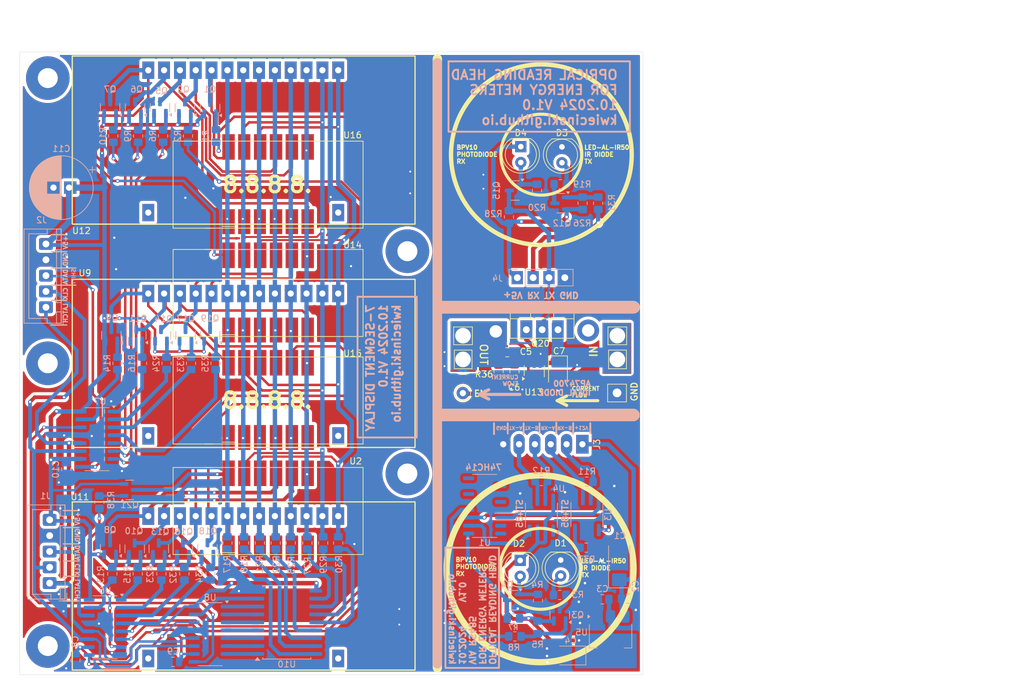
<source format=kicad_pcb>
(kicad_pcb (version 20240108) (generator "pcbnew") (generator_version "8.0")
  (layers (0 "F.Cu" signal) (31 "B.Cu" signal) (34 "B.Paste" user) (35 "F.Paste" user) (36 "B.SilkS" user "B.Silkscreen") (37 "F.SilkS" user "F.Silkscreen") (38 "B.Mask" user) (39 "F.Mask" user) (44 "Edge.Cuts" user))
  (net 0 "")
  (net 1 "GND")
  (net 2 "LATCH")
  (net 3 "DATA")
  (net 4 "CLK")
  (net 5 "+5V")
  (net 6 "DISP2_A2")
  (net 7 "Net-(Q1-B)")
  (net 8 "DISP2_A3")
  (net 9 "Net-(Q2-B)")
  (net 10 "Net-(Q3-B)")
  (net 11 "DISP2_A4")
  (net 12 "DISP2_A1")
  (net 13 "Net-(J5-Pin_1)")
  (net 14 "DISP2_A5")
  (net 15 "Net-(Q5-B)")
  (net 16 "Net-(Q6-B)")
  (net 17 "DISP1_A1")
  (net 18 "Net-(Q7-B)")
  (net 19 "DISP1_A2")
  (net 20 "DISP1_A3")
  (net 21 "Net-(Q8-B)")
  (net 22 "Net-(Q9-B)")
  (net 23 "DISP1_A4")
  (net 24 "DISP1_A5")
  (net 25 "Net-(Q10-B)")
  (net 26 "Net-(J8-Pin_1)")
  (net 27 "Net-(J3-Pin_4)")
  (net 28 "Net-(J3-Pin_3)")
  (net 29 "Net-(J3-Pin_5)")
  (net 30 "Net-(J3-Pin_2)")
  (net 31 "Net-(U7-QA)")
  (net 32 "Net-(U7-QB)")
  (net 33 "Net-(U7-QC)")
  (net 34 "Net-(U7-QD)")
  (net 35 "Net-(U7-QE)")
  (net 36 "Net-(Q3-C)")
  (net 37 "Net-(Q4-C)")
  (net 38 "Net-(Q11-B)")
  (net 39 "Net-(Q14-B)")
  (net 40 "Net-(R8-Pad2)")
  (net 41 "Net-(U6-QA)")
  (net 42 "Net-(U6-QB)")
  (net 43 "Net-(U10-O1)")
  (net 44 "Net-(U10-O2)")
  (net 45 "O5")
  (net 46 "O6")
  (net 47 "QF")
  (net 48 "QG")
  (net 49 "QB")
  (net 50 "QC")
  (net 51 "QD")
  (net 52 "QH")
  (net 53 "QA")
  (net 54 "QE")
  (net 55 "Net-(U10-O3)")
  (net 56 "SHIFTED_DATA")
  (net 57 "Net-(U10-O4)")
  (net 58 "Net-(U6-QC)")
  (net 59 "+12V")
  (net 60 "Net-(U10-O8)")
  (net 61 "Net-(U10-O7)")
  (net 62 "Net-(U10-O6)")
  (net 63 "Net-(U10-O5)")
  (net 64 "Net-(U6-QD)")
  (net 65 "Net-(D1-A)")
  (net 66 "Net-(D2-A)")
  (net 67 "Net-(Q13-B)")
  (net 68 "Net-(U6-QE)")
  (net 70 "/Energy meter probe/METER_RX_B")
  (net 71 "/Energy meter probe/METER_TX_B")
  (net 72 "Net-(D4-A)")
  (net 73 "Net-(Q12-B)")
  (net 74 "Net-(Q12-C)")
  (net 75 "Net-(D3-A)")
  (net 79 "DISP3_A1")
  (net 80 "DISP3_A2")
  (net 81 "Net-(Q16-B)")
  (net 82 "Net-(Q17-B)")
  (net 83 "DISP3_A3")
  (net 84 "Net-(Q18-B)")
  (net 85 "DISP3_A4")
  (net 86 "DISP3_A5")
  (net 87 "Net-(Q19-B)")
  (net 88 "O3")
  (net 89 "O2")
  (net 90 "O4")
  (net 91 "/Energy meter probe/METER_RX")
  (net 92 "Net-(J7-Pin_1)")
  (net 93 "Net-(Q20-G)")
  (net 94 "Net-(U13-VCP)")
  (net 95 "Net-(U7-SER)")
  (net 96 "+5V_B")
  (net 97 "/Energy meter probe/METER_TX")
  (net 98 "Net-(U6-QH')")
  (net 99 "Net-(U3-DI)")
  (net 101 "DISP_G")
  (net 102 "DISP_F")
  (net 103 "DISP_E")
  (net 104 "DISP_D")
  (net 105 "DISP_DP")
  (net 106 "DISP_C")
  (net 107 "DISP_B")
  (net 108 "DISP_A")
  (net 109 "Net-(Q21-B)")
  (net 110 "DISP4_A1")
  (net 111 "Net-(U6-QH)")
  (footprint "LED_THT:LED_D5.0mm" (layer "F.Cu") (at 184.9 121.4475 -90)
    (property "Reference" "D2")
    (property "Value" "BPV10")
  )
  (footprint "Connector_Pin:Pin_D1.0mm_L10.0mm" (layer "F.Cu") (at 175.6996 94.5727)
    (property "Reference" "J7" (hide yes))
    (property "Value" "GND")
  )
  (footprint "Capacitor_SMD:C_0805_2012Metric_Pad1.18x1.45mm_HandSolder" (layer "F.Cu") (at 182.837 88.0195 180)
    (property "Reference" "C5")
    (property "Value" "100n")
  )
  (footprint "My-Footprints:4-digit-7-segment-display_smd" (layer "F.Cu") (at 138.1 82.945 90)
    (property "Reference" "U14")
    (property "Value" "CA56-12SURKWA")
  )
  (footprint "My-Footprints:JZG_E5627BRG-1_7_SEGMENT_DISPLAY" (layer "F.Cu") (at 113.028 40.4415)
    (property "Reference" "U12")
    (property "Value" "~")
  )
  (footprint "My-Footprints:4-digit-7-segment-display_smd" (layer "F.Cu") (at 138.1 117.945 90)
    (property "Reference" "U2")
    (property "Value" "CA56-12SURKWA")
  )
  (footprint "Connector_Pin:Pin_D1.4mm_L8.5mm_W2.8mm_FlatFork" (layer "F.Cu") (at 200.4392 94.5375)
    (property "Reference" "J6" (hide yes))
    (property "Value" "GND")
  )
  (footprint "Connector_Pin:Pin_D1.4mm_L8.5mm_W2.8mm_FlatFork" (layer "F.Cu") (at 175.725 89.1625 90)
    (property "Reference" "J8" (hide yes))
    (property "Value" "OUT")
  )
  (footprint "LED_THT:LED_D5.0mm" (layer "F.Cu") (at 191.4 121.3875 -90)
    (property "Reference" "D1")
    (property "Value" "LED-AL-IR50")
  )
  (footprint "Connector_Pin:Pin_D1.4mm_L8.5mm_W2.8mm_FlatFork" (layer "F.Cu") (at 200.49 85.3525)
    (property "Reference" "J5" (hide yes))
    (property "Value" "IN")
  )
  (footprint "LED_THT:LED_D5.0mm" (layer "F.Cu") (at 185 54.9975 -90)
    (property "Reference" "D4")
    (property "Value" "BPV10")
  )
  (footprint "Package_TO_SOT_THT:TO-220-3_Vertical" (layer "F.Cu") (at 185.885 84.3925)
    (property "Reference" "Q20")
    (property "Value" "IRF540N")
  )
  (footprint "Resistor_SMD:R_0805_2012Metric_Pad1.20x1.40mm_HandSolder" (layer "F.Cu") (at 181.44 91.0675 90)
    (property "Reference" "R36")
    (property "Value" "1k")
  )
  (footprint "My-Footprints:4-digit-7-segment-display_smd" (layer "F.Cu") (at 138.1 100.2 90)
    (property "Reference" "U15")
    (property "Value" "CA56-12SURKWA")
  )
  (footprint "My-Footprints:JZG_E5627BRG-1_7_SEGMENT_DISPLAY" (layer "F.Cu") (at 113.028 76.3015)
    (property "Reference" "U9")
    (property "Value" "~")
  )
  (footprint "Package_TO_SOT_SMD:SOT-23-6_Handsoldering" (layer "F.Cu") (at 187.155 91.0675 90)
    (property "Reference" "U13")
    (property "Value" "AP74700")
  )
  (footprint "LED_THT:LED_D5.0mm" (layer "F.Cu") (at 191.6 55.0375 -90)
    (property "Reference" "D3")
    (property "Value" "LED-AL-IR50")
  )
  (footprint "Connector_Pin:Pin_D1.4mm_L8.5mm_W2.8mm_FlatFork" (layer "F.Cu") (at 175.725 85.3525)
    (property "Reference" "J8" (hide yes))
    (property "Value" "OUT")
  )
  (footprint "Connector_Pin:Pin_D1.4mm_L8.5mm_W2.8mm_FlatFork" (layer "F.Cu") (at 200.49 89.1625 90)
    (property "Reference" "J5" (hide yes))
    (property "Value" "IN")
  )
  (footprint "My-Footprints:JZG_E5627BRG-1_7_SEGMENT_DISPLAY" (layer "F.Cu") (at 113.028 112.0415)
    (property "Reference" "U11")
    (property "Value" "~")
  )
  (footprint "Capacitor_Tantalum_SMD:CP_EIA-3528-21_Kemet-B" (layer "F.Cu") (at 190.965 91.0675 -90)
    (property "Reference" "C7")
    (property "Value" "22u")
  )
  (footprint "My-Footprints:4-digit-7-segment-display_smd" (layer "F.Cu") (at 138.1 65.545 90)
    (property "Reference" "U16")
    (property "Value" "CA56-12SURKWA")
  )
  (footprint "Capacitor_SMD:C_0805_2012Metric_Pad1.18x1.45mm_HandSolder" (layer "F.Cu") (at 183.98 91.0675 -90)
    (property "Reference" "C6")
    (property "Value" "100n")
  )
  (footprint "My-Footprints-connectors:Pin_Header_Straight_1x06_Pitch2.54mm" (layer "F.Cu") (at 194.88 102.7875 -90)
    (property "Reference" "J3")
    (property "Value" "POWER_RS485")
  )
  (footprint "Capacitor_SMD:C_0805_2012Metric_Pad1.18x1.45mm_HandSolder" (layer "B.Cu") (at 202.2 127.5875)
    (property "Reference" "C2")
    (property "Value" "100n")
  )
  (footprint "Package_TO_SOT_SMD:SOT-23" (layer "B.Cu") (at 123.3 85.3 90)
    (property "Reference" "Q11")
    (property "Value" "BC807")
  )
  (footprint "Capacitor_SMD:C_0805_2012Metric" (layer "B.Cu") (at 113.54 137.49 -90)
    (property "Reference" "C8")
    (property "Value" "100n")
  )
  (footprint "Resistor_SMD:R_0805_2012Metric_Pad1.20x1.40mm_HandSolder" (layer "B.Cu") (at 155.703 118.6375 90)
    (property "Reference" "R30")
    (property "Value" "200R")
  )
  (footprint "Package_TO_SOT_SMD:SOT-23" (layer "B.Cu") (at 126.908 119.5675 90)
    (property "Reference" "Q13")
    (property "Value" "BC807")
  )
  (footprint "Package_TO_SOT_SMD:SOT-23" (layer "B.Cu") (at 191.25 130.2 90)
    (property "Reference" "Q3")
    (property "Value" "BC807")
  )
  (footprint "My-Footprints-connectors:JST_XH_B5B-XH-A_1x05_P2.54mm_Vertical" (layer "B.Cu") (at 108.8 80.7875 90)
    (property "Reference" "J2")
    (property "Value" "DATA_BRIDGE")
  )
  (footprint "Resistor_SMD:R_0805_2012Metric_Pad1.20x1.40mm_HandSolder" (layer "B.Cu") (at 188.3 108.6875 180)
    (property "Reference" "R12")
    (property "Value" "120R")
  )
  (footprint "Resistor_SMD:R_0805_2012Metric_Pad1.20x1.40mm_HandSolder" (layer "B.Cu") (at 136.1 53.2875 -90)
    (property "Reference" "R1")
    (property "Value" "10k")
  )
  (footprint "Package_TO_SOT_SMD:SOT-23" (layer "B.Cu") (at 183.8 127.8375 180)
    (property "Reference" "Q4")
    (property "Value" "BC817")
  )
  (footprint "Resistor_SMD:R_0805_2012Metric_Pad1.20x1.40mm_HandSolder" (layer "B.Cu") (at 128.153 89.7935 -90)
    (property "Reference" "R24")
    (property "Value" "10k")
  )
  (footprint "My-Footprints-connectors:JST_XH_B5B-XH-A_1x05_P2.54mm_Vertical" (layer "B.Cu") (at 109.4 125.0875 90)
    (property "Reference" "J1")
    (property "Value" "DATA_INPUT")
  )
  (footprint "Package_TO_SOT_SMD:SOT-23" (layer "B.Cu") (at 119.302 85.291 90)
    (property "Reference" "Q9")
    (property "Value" "BC807")
  )
  (footprint "Resistor_SMD:R_0805_2012Metric_Pad1.20x1.40mm_HandSolder" (layer "B.Cu") (at 135.2 123.5875 -90)
    (property "Reference" "R34")
    (property "Value" "10k")
  )
  (footprint "Resistor_SMD:R_0805_2012Metric_Pad1.20x1.40mm_HandSolder" (layer "B.Cu") (at 195.5 119.3875 180)
    (property "Reference" "R37")
    (property "Value" "10K")
  )
  (footprint "Capacitor_Tantalum_SMD:CP_EIA-3528-21_Kemet-B" (layer "B.Cu") (at 192.9775 136.71 180)
    (property "Reference" "C4")
    (property "Value" "22u")
  )
  (footprint "Resistor_SMD:R_0805_2012Metric_Pad1.20x1.40mm_HandSolder" (layer "B.Cu") (at 119.6 53.2875 -90)
    (property "Reference" "R10")
    (property "Value" "10K")
  )
  (footprint "Resistor_SMD:R_0805_2012Metric_Pad1.20x1.40mm_HandSolder" (layer "B.Cu") (at 184.05 133.6375 180)
    (property "Reference" "R8")
    (property "Value" "1k")
  )
  (footprint "Resistor_SMD:R_0805_2012Metric_Pad1.20x1.40mm_HandSolder" (layer "B.Cu") (at 120.279 89.7935 -90)
    (property "Reference" "R14")
    (property "Value" "10K")
  )
  (footprint "Package_TO_SOT_SMD:SOT-23" (layer "B.Cu") (at 184.1 62.0375 180)
    (property "Reference" "Q15")
    (property "Value" "BC817")
  )
  (footprint "Resistor_SMD:R_0805_2012Metric_Pad1.20x1.40mm_HandSolder" (layer "B.Cu") (at 117.37 112.09 -90)
    (property "Reference" "R38")
    (property "Value" "10k")
  )
  (footprint "Package_TO_SOT_SMD:SOT-23" (layer "B.Cu") (at 131.1 48.755 90)
    (property "Reference" "Q2")
    (property "Value" "BC807")
  )
  (footprint "Resistor_SMD:R_0805_2012Metric_Pad1.20x1.40mm_HandSolder" (layer "B.Cu") (at 140.59 118.6375 90)
    (property "Reference" "R18")
    (property "Value" "200R")
  )
  (footprint "Package_SO:SOIC-8_3.9x4.9mm_P1.27mm" (layer "B.Cu") (at 188.3 114.1875 90)
    (property "Reference" "U4")
    (property "Value" "ST485EBDR")
  )
  (footprint "Package_TO_SOT_SMD:SOT-23" (layer "B.Cu") (at 119.1 48.725 90)
    (property "Reference" "Q7")
    (property "Value" "BC807")
  )
  (footprint "Resistor_SMD:R_0805_2012Metric_Pad1.20x1.40mm_HandSolder" (layer "B.Cu") (at 127.326 123.5875 -90)
    (property "Reference" "R23")
    (property "Value" "10k")
  )
  (footprint "Package_TO_SOT_SMD:SOT-23" (layer "B.Cu") (at 127.264 85.3 90)
    (property "Reference" "Q14")
    (property "Value" "BC807")
  )
  (footprint "Resistor_SMD:R_0805_2012Metric_Pad1.20x1.40mm_HandSolder" (layer "B.Cu") (at 124.232 89.7935 -90)
    (property "Reference" "R16")
    (property "Value" "10k")
  )
  (footprint "Resistor_SMD:R_0805_2012Metric_Pad1.20x1.40mm_HandSolder" (layer "B.Cu") (at 150.75 118.6375 90)
    (property "Reference" "R27")
    (property "Value" "200R")
  )
  (footprint "Resistor_SMD:R_0805_2012Metric_Pad1.20x1.40mm_HandSolder" (layer "B.Cu") (at 183.1 66.2875 90)
    (property "Reference" "R28")
    (property "Value" "22k")
  )
  (footprint "Package_TO_SOT_SMD:SOT-23" (layer "B.Cu") (at 119.1 119.5375 90)
    (property "Reference" "Q8")
    (property "Value" "BC807")
  )
  (footprint "Capacitor_SMD:C_0805_2012Metric" (layer "B.Cu") (at 129.21 137.72 180)
    (property "Reference" "C9")
    (property "Value" "100n")
  )
  (footprint "Package_TO_SOT_SMD:SOT-23" (layer "B.Cu") (at 134.721 119.5375 90)
    (property "Reference" "Q18")
    (property "Value" "BC807")
  )
  (footprint "Package_TO_SOT_SMD:SOT-23" (layer "B.Cu") (at 135.138 85.3 90)
    (property "Reference" "Q19")
    (property "Value" "BC807")
  )
  (footprint "Resistor_SMD:R_0805_2012Metric_Pad1.20x1.40mm_HandSolder" (layer "B.Cu") (at 131.009 123.5875 -90)
    (property "Reference" "R32")
    (property "Value" "10k")
  )
  (footprint "Resistor_SMD:R_0805_2012Metric_Pad1.20x1.40mm_HandSolder" (layer "B.Cu") (at 194.9125 64.0875 -90)
    (property "Reference" "R26")
    (property "Value" "47k")
  )
  (footprint "Package_TO_SOT_SMD:SOT-23" (layer "B.Cu") (at 122.2375 110.12)
    (property "Reference" "Q21")
    (property "Value" "BC807")
  )
  (footprint "Resistor_SMD:R_0805_2012Metric_Pad1.20x1.40mm_HandSolder" (layer "B.Cu") (at 123.6 53.2875 -90)
    (property "Reference" "R9")
    (property "Value" "10k")
  )
  (footprint "Package_SO:SO-16_3.9x9.9mm_P1.27mm" (layer "B.Cu") (at 135.15 133.2875 180)
    (property "Reference" "U8")
    (property "Value" "74HC595")
  )
  (footprint "Resistor_SMD:R_0805_2012Metric_Pad1.20x1.40mm_HandSolder" (layer "B.Cu") (at 187.6 62.0375 -90)
    (property "Reference" "R20")
    (property "Value" "47k")
  )
  (footprint "Package_SO:SOIC-18W_7.5x11.6mm_P1.27mm" (layer "B.Cu") (at 147.45 131.3875)
    (property "Reference" "U10")
    (property "Value" "ULN2803A")
  )
  (footprint "Package_TO_SOT_SMD:SOT-23" (layer "B.Cu") (at 123.1 48.755 90)
    (property "Reference" "Q6")
    (property "Value" "BC807")
  )
  (footprint "Resistor_SMD:R_0805_2012Metric_Pad1.20x1.40mm_HandSolder" (layer "B.Cu") (at 119.452 123.5875 -90)
    (property "Reference" "R13")
    (property "Value" "10K")
  )
  (footprint "Resistor_SMD:R_0805_2012Metric_Pad1.20x1.40mm_HandSolder" (layer "B.Cu") (at 183.8125 130.75 180)
    (property "Reference" "R7")
    (property "Value" "22k")
  )
  (footprint "Package_TO_SOT_SMD:SOT-23" (layer "B.Cu") (at 191.4125 64.0875 180)
    (property "Reference" "Q12")
    (property "Value" "BC807")
  )
  (footprint "Resistor_SMD:R_0805_2012Metric_Pad1.20x1.40mm_HandSolder" (layer "B.Cu") (at 187.75 127.8875 -90)
    (property "Reference" "R4")
    (property "Value" "47k")
  )
  (footprint "Package_TO_SOT_SMD:SOT-223-3_TabPin2" (layer "B.Cu") (at 199.4 133.5875 -90)
    (property "Reference" "U5")
    (property "Value" "AMS1117-5.0")
  )
  (footprint "Capacitor_Tantalum_SMD:CP_EIA-6032-28_Kemet-C" (layer "B.Cu") (at 200.8 122.0875 90)
    (property "Reference" "C1")
    (property "Value" "100u")
  )
  (footprint "Resistor_SMD:R_0805_2012Metric_Pad1.20x1.40mm_HandSolder" (layer "B.Cu") (at 195.6 108.7875 180)
    (property "Reference" "R11")
    (property "Value" "120R")
  )
  (footprint "Resistor_SMD:R_0805_2012Metric_Pad1.20x1.40mm_HandSolder" (layer "B.Cu") (at 123.532 123.5875 -90)
    (property "Reference" "R15")
    (property "Value" "10k")
  )
  (footprint "Capacitor_SMD:C_0805_2012Metric_Pad1.18x1.45mm_HandSolder" (layer "B.Cu") (at 198.1 127.6875 180)
    (property "Reference" "C3")
    (property "Value" "100n")
  )
  (footprint "Package_SO:SO-16_3.9x9.9mm_P1.27mm" (layer "B.Cu") (at 118.3 132.1875 180)
    (property "Reference" "U6")
    (property "Value" "74HC595")
  )
  (footprint "Package_SO:SOIC-8_3.9x4.9mm_P1.27mm" (layer "B.Cu") (at 195.6 114.0875 90)
    (property "Reference" "U3")
    (property "Value" "ST485EBDR")
  )
  (footprint "Resistor_SMD:R_0805_2012Metric_Pad1.20x1.40mm_HandSolder" (layer "B.Cu") (at 127.6 53.2875 -90)
    (property "Reference" "R6")
    (property "Value" "10k")
  )
  (footprint "Resistor_SMD:R_0805_2012Metric_Pad1.20x1.40mm_HandSolder" (layer "B.Cu") (at 143.13 118.6375 90)
    (property "Reference" "R21")
    (property "Value" "200R")
  )
  (footprint "Resistor_SMD:R_0805_2012Metric_Pad1.20x1.40mm_HandSolder" (layer "B.Cu") (at 148.083 118.6375 90)
    (property "Reference" "R25")
    (property "Value" "200R")
  )
  (footprint "Resistor_SMD:R_0805_2012Metric_Pad1.20x1.40mm_HandSolder" (layer "B.Cu") (at 153.29 118.6375 90)
    (property "Reference" "R29")
    (property "Value" "200R")
  )
  (footprint "Resistor_SMD:R_0805_2012Metric_Pad1.20x1.40mm_HandSolder" (layer "B.Cu") (at 132.09 89.7935 -90)
    (property "Reference" "R33")
    (property "Value" "10k")
  )
  (footprint "Resistor_SMD:R_0805_2012Metric_Pad1.20x1.40mm_HandSolder" (layer "B.Cu") (at 191.35 61.0375)
    (property "Reference" "R19")
    (property "Value" "160R")
  )
  (footprint "Package_TO_SOT_SMD:SOT-23" (layer "B.Cu") (at 135.15 48.8175 90)
    (property "Reference" "Q1")
    (property "Value" "BC807")
  )
  (footprint "Package_SO:SO-16_3.9x9.9mm_P1.27mm" (layer "B.Cu") (at 179.2 112.6875)
    (property "Reference" "U1")
    (property "Value" "74HC14")
  )
  (footprint "Capacitor_THT:CP_Radial_D10.0mm_P2.50mm" (layer "B.Cu") (at 112.51 61.58 180)
    (property "Reference" "C11")
    (property "Value" "470u/6,3V")
  )
  (footprint "Package_TO_SOT_SMD:SOT-23" (layer "B.Cu") (at 130.784 119.5375 90)
    (property "Reference" "Q16")
    (property "Value" "BC807")
  )
  (footprint "Resistor_SMD:R_0805_2012Metric_Pad1.20x1.40mm_HandSolder" (layer "B.Cu") (at 145.67 118.6375 90)
    (property "Reference" "R22")
    (property "Value" "200R")
  )
  (footprint "Package_TO_SOT_SMD:SOT-23" (layer "B.Cu") (at 131.201 85.3 90)
    (property "Reference" "Q17")
    (property "Value" "BC807")
  )
  (footprint "Capacitor_SMD:C_0805_2012Metric" (layer "B.Cu") (at 112.06 106.8 -90)
    (property "Reference" "C10")
    (property "Value" "100n")
  )
  (footprint "Resistor_SMD:R_0805_2012Metric_Pad1.20x1.40mm_HandSolder" (layer "B.Cu") (at 187.7 132.1875 90)
    (property "Reference" "R5")
    (property "Value" "47k")
  )
  (footprint "Connector_PinHeader_2.54mm:PinHeader_1x04_P2.54mm_Vertical" (layer "B.Cu") (at 184.4372 76.0375 -90)
    (property "Reference" "J4")
    (property "Value" "PROBE_CONN")
  )
  (footprint "Package_TO_SOT_SMD:SOT-23" (layer "B.Cu") (at 123.037 119.577 90)
    (property "Reference" "Q10")
    (property "Value" "BC807")
  )
  (footprint "Package_TO_SOT_SMD:SOT-23" (layer "B.Cu") (at 127.1 48.725 90)
    (property "Reference" "Q5")
    (property "Value" "BC807")
  )
  (footprint "Package_SO:SO-16_3.9x9.9mm_P1.27mm" (layer "B.Cu") (at 117 101.9725 180)
    (property "Reference" "U7")
    (property "Value" "74HC595")
  )
  (footprint "Resistor_SMD:R_0805_2012Metric_Pad1.20x1.40mm_HandSolder" (layer "B.Cu") (at 137.923 118.6375 90)
    (property "Reference" "R17")
    (property "Value" "200R")
  )
  (footprint "Resistor_SMD:R_0805_2012Metric_Pad1.20x1.40mm_HandSolder" (layer "B.Cu") (at 191.25 126.9875 180)
    (property "Reference" "R3")
    (property "Value" "160R")
  )
  (footprint "Resistor_SMD:R_0805_2012Metric_Pad1.20x1.40mm_HandSolder" (layer "B.Cu") (at 131.6 53.2875 -90)
    (property "Reference" "R2")
    (property "Value" "10k")
  )
  (footprint "Resistor_SMD:R_0805_2012Metric_Pad1.20x1.40mm_HandSolder" (layer "B.Cu") (at 136.027 89.7935 -90)
    (property "Reference" "R35")
    (property "Value" "10k")
  )
  (footprint "Resistor_SMD:R_0805_2012Metric_Pad1.20x1.40mm_HandSolder" (layer "B.Cu") (at 197.4125 64.0875 -90)
    (property "Reference" "R31")
    (property "Value" "1k")
  )
  (gr_rect (start 173.82 83.1427) (end 177.6808 91.0651) (stroke (width 0.2)) (fill solid) (layer "F.Cu") (net 26))
  (gr_rect (start 198.204 83.3967) (end 202.6236 91.3723) (stroke (width 0.2)) (fill solid) (layer "F.Cu") (net 13))
  (gr_rect (start 173.82 83.1427) (end 182.6592 86.2923) (stroke (width 0.2)) (fill solid) (layer "F.Cu") (net 26))
  (gr_rect (start 173.82 83.1427) (end 177.884 90.8135) (stroke (width 0.2)) (fill solid) (layer "B.Cu") (net 26))
  (gr_rect (start 190.0252 87.3591) (end 202.4712 90.3563) (stroke (width 0.2)) (fill solid) (layer "B.Cu") (net 13))
  (gr_rect (start 177.63 87.3083) (end 189.314 90.3055) (stroke (width 0.2)) (fill solid) (layer "B.Cu") (net 26))
  (gr_rect (start 198.204 83.3967) (end 202.522 91.2199) (stroke (width 0.2)) (fill solid) (layer "B.Cu") (net 13))
  (gr_rect (start 190.076 83.3459) (end 191.7524 90.3055) (stroke (width 0.2)) (fill solid) (layer "B.Cu") (net 13))
  (gr_rect (start 173.82 83.1427) (end 182.6592 88.9847) (stroke (width 0.2)) (fill solid) (layer "B.Cu") (net 26))
  (gr_rect (start 193.8 133.2875) (end 203.5 138.6875) (stroke (width 0.2)) (fill solid) (layer "B.Cu") (net 5))
  (gr_line (start 182.9 101.0625) (end 182.9 99.4375) (stroke (width 0.3)) (layer "B.SilkS"))
  (gr_line (start 196.15 101.0125) (end 196.15 99.4125) (stroke (width 0.3)) (layer "B.SilkS"))
  (gr_rect (start 158.8 79.1) (end 168.3 101.7) (stroke (width 0.3)) (fill none) (layer "B.SilkS"))
  (gr_line (start 109.65 71.8625) (end 112.15 71.8625) (stroke (width 0.2)) (layer "B.SilkS"))
  (gr_rect (start 172.9 119.4) (end 181.5 138.7) (stroke (width 0.3)) (fill none) (layer "B.SilkS"))
  (gr_line (start 171.61 41.5175) (end 171.61 138.0375) (stroke (width 1.5)) (layer "B.SilkS"))
  (gr_line (start 109.65 77.2375) (end 113.6 77.2375) (stroke (width 0.2)) (layer "B.SilkS"))
  (gr_line (start 190.7 101.0625) (end 190.7 99.3125) (stroke (width 0.3)) (layer "B.SilkS"))
  (gr_line (start 111.525 127.9375) (end 114.1 127.9375) (stroke (width 0.2)) (layer "B.SilkS"))
  (gr_line (start 184.85 94.7875) (end 178.35 94.7875) (stroke (width 0.5)) (layer "B.SilkS"))
  (gr_line (start 179.85 95.5375) (end 178.35 94.7875) (stroke (width 0.5)) (layer "B.SilkS"))
  (gr_line (start 109.65 79.6875) (end 112.125 79.6875) (stroke (width 0.2)) (layer "B.SilkS"))
  (gr_line (start 109.575 83.6375) (end 112.15 83.6375) (stroke (width 0.2)) (layer "B.SilkS"))
  (gr_line (start 111.6 118.7875) (end 114.1 118.7875) (stroke (width 0.2)) (layer "B.SilkS"))
  (gr_line (start 171.85 98.0875) (end 203.05 98.0875) (stroke (width 2)) (layer "B.SilkS"))
  (gr_line (start 109.65 69.1375) (end 112.15 69.1375) (stroke (width 0.2)) (layer "B.SilkS"))
  (gr_line (start 111.6 123.9875) (end 114.075 123.9875) (stroke (width 0.2)) (layer "B.SilkS"))
  (gr_line (start 111.6 116.1625) (end 114.1 116.1625) (stroke (width 0.2)) (layer "B.SilkS"))
  (gr_line (start 111.6 113.4375) (end 114.1 113.4375) (stroke (width 0.2)) (layer "B.SilkS"))
  (gr_line (start 109.65 74.4875) (end 113.6 74.4875) (stroke (width 0.2)) (layer "B.SilkS"))
  (gr_line (start 180.7 101.1625) (end 180.7 99.4125) (stroke (width 0.3)) (layer "B.SilkS"))
  (gr_line (start 188 101.0125) (end 188 99.4375) (stroke (width 0.3)) (layer "B.SilkS"))
  (gr_line (start 185.45 101.1625) (end 185.45 99.4375) (stroke (width 0.3)) (layer "B.SilkS"))
  (gr_rect (start 173.4 41.3) (end 202.5 52.6) (stroke (width 0.3)) (fill none) (layer "B.SilkS"))
  (gr_line (start 111.6 121.5375) (end 114.1 121.5375) (stroke (width 0.2)) (layer "B.SilkS"))
  (gr_line (start 178.35 94.7875) (end 179.85 94.0375) (stroke (width 0.5)) (layer "B.SilkS"))
  (gr_line (start 171.9 80.7875) (end 203.1 80.7875) (stroke (width 2)) (layer "B.SilkS"))
  (gr_line (start 193.4 101.1125) (end 193.4 99.3875) (stroke (width 0.3)) (layer "B.SilkS"))
  (gr_line (start 190.85 95.7875) (end 190.85 95.7875) (stroke (width 0.5)) (layer "F.SilkS"))
  (gr_line (start 171.61 138.6725) (end 171.61 40.8825) (stroke (width 1.5)) (layer "F.SilkS"))
  (gr_circle (center 188.1 122.7875) (end 203.1 122.7875) (stroke (width 1)) (fill none) (layer "F.SilkS"))
  (gr_circle (center 188.29 56.2875) (end 194.79 56.2875) (stroke (width 0.5)) (fill none) (layer "F.SilkS"))
  (gr_line (start 197.35 95.7875) (end 190.85 95.7875) (stroke (width 0.1)) (layer "F.SilkS"))
  (gr_circle (center 188.3 56.2875) (end 202.8 56.2875) (stroke (width 0.7)) (fill none) (layer "F.SilkS"))
  (gr_line (start 171.9 80.7875) (end 203.1 80.7875) (stroke (width 2)) (layer "F.SilkS"))
  (gr_circle (center 188.15 122.7875) (end 194.65 122.7875) (stroke (width 0.5)) (fill none) (layer "F.SilkS"))
  (gr_line (start 192.35 96.5375) (end 192.35 96.5375) (stroke (width 0.5)) (layer "F.SilkS"))
  (gr_line (start 190.85 95.7875) (end 197.35 95.7875) (stroke (width 0.5)) (layer "F.SilkS"))
  (gr_line (start 190.85 95.7875) (end 192.35 96.5375) (stroke (width 0.1)) (layer "F.SilkS"))
  (gr_line (start 192.35 96.5375) (end 190.85 95.7875) (stroke (width 0.5)) (layer "F.SilkS"))
  (gr_line (start 171.85 98.0875) (end 203.05 98.0875) (stroke (width 2)) (layer "F.SilkS"))
  (gr_line (start 190.85 95.7875) (end 192.35 95.0375) (stroke (width 0.5)) (layer "F.SilkS"))
  (gr_rect (start 104.6 39.7875) (end 204.6 139.7875) (stroke (width 0.05)) (fill none) (layer "Edge.Cuts"))
  (gr_text "OPTICAL READING HEAD\nFOR ENERGY METERS\nVIA RS485\n10.2024     V1.0\nkwiecinski.github.io" (at 173.4 138.3 270) (layer "B.SilkS") (effects (font (size 1 1) (thickness 0.25) (bold yes)) (justify left bottom mirror)))
  (gr_text "GND TX-A TX-B RX-A RX-B +12V" (at 180.95 99.8375 180) (layer "B.SilkS") (effects (font (size 0.55 0.55) (thickness 0.1375) (bold yes)) (justify left bottom mirror)))
  (gr_text "AP74700\nIDEAL DIODE" (at 196.35 95.0375 0) (layer "B.SilkS") (effects (font (size 0.9 0.9) (thickness 0.225) (bold yes)) (justify left bottom mirror)))
  (gr_text "74HC14" (at 182.1 107.1 0) (layer "B.SilkS") (effects (font (size 1 1) (thickness 0.2) (bold yes)) (justify left bottom mirror)))
  (gr_text "OPRICAL READING HEAD\nFOR ENERGY METERS\n10.2024 V1.0\nkwiecinski.github.io" (at 200.7 51.6 0) (layer "B.SilkS") (effects (font (size 1.5 1.5) (thickness 0.3) (bold yes)) (justify left bottom mirror)))
  (gr_text "CURRENT\nFLOW" (at 184.7 93.45 0) (layer "B.SilkS") (effects (font (size 0.65 0.65) (thickness 0.1625) (bold yes)) (justify left bottom mirror)))
  (gr_text "+5V GND DATA CLK LATCH" (at 114.3 113.5375 90) (layer "B.SilkS") (effects (font (size 0.7 0.7) (thickness 0.175) (bold yes)) (justify left bottom mirror)))
  (gr_text "SHIFT" (at 113.6 74.5375 90) (layer "B.SilkS") (effects (font (size 0.6 0.6) (thickness 0.125) (bold yes)) (justify left bottom mirror)))
  (gr_text "ST485" (at 185.4 111.5 90) (layer "B.SilkS") (effects (font (size 1 1) (thickness 0.2) (bold yes)) (justify left bottom mirror)))
  (gr_text "+5V RX TX GND" (at 182.05 78.25 180) (layer "B.SilkS") (effects (font (size 1 1) (thickness 0.25) (bold yes)) (justify left bottom mirror)))
  (gr_text "ST485" (at 192.7 111.5 90) (layer "B.SilkS") (effects (font (size 1 1) (thickness 0.2) (bold yes)) (justify left bottom mirror)))
  (gr_text "+5V GND DATA CLK LATCH" (at 112.35 69.2375 90) (layer "B.SilkS") (effects (font (size 0.7 0.7) (thickness 0.175) (bold yes)) (justify left bottom mirror)))
  (gr_text "7-SEGMENT DISPLAY\n10.2024 V1.0\nkwiecinski.github.io" (at 165.8 80.2 90) (layer "B.SilkS") (effects (font (size 1.3 1.3) (thickness 0.3) (bold yes)) (justify left bottom mirror)))
  (gr_text "IN" (at 197.3912 88.9339 90) (layer "F.SilkS") (effects (font (size 1.2 1.2) (thickness 0.24) (bold yes)) (justify left bottom)))
  (gr_text "LED-AL-IR50\nIR DIODE\nTX" (at 194.6 124.1875 0) (layer "F.SilkS") (effects (font (size 0.7 0.7) (thickness 0.175) (bold yes)) (justify left bottom)))
  (gr_text "CURRENT\nFLOW" (at 193.1 95.2875 0) (layer "F.SilkS") (effects (font (size 0.65 0.65) (thickness 0.1625) (bold yes)) (justify left bottom)))
  (gr_text "GND" (at 203.8 95.9875 90) (layer "F.SilkS") (effects (font (size 1 1) (thickness 0.2) (bold yes)) (justify left bottom)))
  (gr_text "BPV10\nPHOTODIODE\nRX" (at 174.6 57.7875 0) (layer "F.SilkS") (effects (font (size 0.7 0.7) (thickness 0.175) (bold yes)) (justify left bottom)))
  (gr_text "EN" (at 177.376 95.2331 0) (layer "F.SilkS") (effects (font (size 1 1) (thickness 0.2) (bold yes)) (justify left bottom)))
  (gr_text "BPV10\nPHOTODIODE\nRX" (at 174.45 123.9875 0) (layer "F.SilkS") (effects (font (size 0.7 0.7) (thickness 0.175) (bold yes)) (justify left bottom)))
  (gr_text "OUT" (at 178.35 86.5375 -90) (layer "F.SilkS") (effects (font (size 1.2 1.2) (thickness 0.2) (bold yes)) (justify left bottom)))
  (gr_text "LED-AL-IR50\nIR DIODE\nTX" (at 195.1 57.7875 0) (layer "F.SilkS") (effects (font (size 0.7 0.7) (thickness 0.175) (bold yes)) (justify left bottom)))
  (via (at 166.8 71.7875) (size 7) (drill 3.2) (layers "F.Cu" "B.Cu") (net 0))
  (via (at 166.8 107.4875) (size 7) (drill 3.2) (layers "F.Cu" "B.Cu") (net 0))
  (via (at 109.1 135.1875) (size 7) (drill 3.2) (layers "F.Cu" "B.Cu") (net 0))
  (via (at 109.1 89.7875) (size 7) (drill 3.2) (layers "F.Cu" "B.Cu") (net 0))
  (via (at 195.8164 84.5143) (size 3.5) (drill 2) (layers "F.Cu" "B.Cu") (net 0))
  (via (at 109.1 43.9875) (size 7) (drill 3.2) (layers "F.Cu" "B.Cu") (net 0))
  (segment (start 183.472 93.8615) (end 183.599 93.9885) (width 0.7) (layer "F.Cu") (net 1))
  (segment (start 183.599 93.9885) (end 186.901 93.9885) (width 0.7) (layer "F.Cu") (net 1))
  (segment (start 187.155 93.7345) (end 186.901 93.9885) (width 0.7) (layer "F.Cu") (net 1))
  (segment (start 187.155 92.4175) (end 187.155 93.7345) (width 0.7) (layer "F.Cu") (net 1))
  (via (at 119.4 136.2875) (size 0.6) (drill 0.35) (layers "F.Cu" "B.Cu") (net 1))
  (via (at 172.75 90.25) (size 0.6) (drill 0.3) (layers "F.Cu" "B.Cu") (net 1))
  (via (at 112.2 72.7375) (size 0.6) (drill 0.35) (layers "F.Cu" "B.Cu") (net 1))
  (via (at 110.87 108.92) (size 0.6) (drill 0.35) (layers "F.Cu" "B.Cu") (net 1))
  (via (at 112.1 69.0375) (size 0.6) (drill 0.35) (layers "F.Cu" "B.Cu") (net 1))
  (via (at 154.49 63.09) (size 0.6) (drill 0.35) (layers "F.Cu" "B.Cu") (net 1))
  (via (at 117.3 131.5875) (size 0.6) (drill 0.35) (layers "F.Cu" "B.Cu") (net 1))
  (via (at 198 121.4875) (size 0.7) (drill 0.4) (layers "F.Cu" "B.Cu") (net 1))
  (via (at 114.15 118.5875) (size 0.6) (drill 0.35) (layers "F.Cu" "B.Cu") (net 1))
  (via (at 139.775 126.3625) (size 0.6) (drill 0.35) (layers "F.Cu" "B.Cu") (net 1))
  (via (at 172.75 88) (size 0.6) (drill 0.3) (layers "F.Cu" "B.Cu") (net 1))
  (via (at 158.29 118.81) (size 0.6) (drill 0.35) (layers "F.Cu" "B.Cu") (net 1))
  (via (at 110.87 126.86) (size 0.6) (drill 0.35) (layers "F.Cu" "B.Cu") (net 1))
  (via (at 172.75 129.5) (size 0.6) (drill 0.3) (layers "F.Cu" "B.Cu") (net 1))
  (via (at 200 109.4875) (size 0.7) (drill 0.4) (layers "F.Cu" "B.Cu") (net 1))
  (via (at 134.475 130.9625) (size 0.6) (drill 0.35) (layers "F.Cu" "B.Cu") (net 1))
  (via (at 183.472 93.8615) (size 0.6) (drill 0.3) (layers "F.Cu" "B.Cu") (net 1))
  (via (at 134.425 133.9375) (size 0.6) (drill 0.35) (layers "F.Cu" "B.Cu") (net 1))
  (via (at 120.06 74.67) (size 0.6) (drill 0.35) (layers "F.Cu" "B.Cu") (net 1))
  (via (at 116.15 101.4625) (size 0.6) (drill 0.35) (layers "F.Cu" "B.Cu") (net 1))
  (via (at 179 59.5) (size 0.6) (drill 0.3) (layers "F.Cu" "B.Cu") (net 1))
  (via (at 114.05 113.3375) (size 0.6) (drill 0.35) (layers "F.Cu" "B.Cu") (net 1))
  (via (at 114.15 117.0375) (size 0.6) (drill 0.35) (layers "F.Cu" "B.Cu") (net 1))
  (via (at 135.67 61.7) (size 0.6) (drill 0.35) (layers "F.Cu" "B.Cu") (net 1))
  (via (at 167.25 59) (size 0.6) (drill 0.3) (layers "F.Cu" "B.Cu") (net 1))
  (via (at 119.77 69.62) (size 0.6) (drill 0.35) (layers "F.Cu" "B.Cu") (net 1))
  (via (at 165.5 129.25) (size 0.6) (drill 0.3) (layers "F.Cu" "B.Cu") (net 1))
  (via (at 119.275 95.8875) (size 0.6) (drill 0.35) (layers "F.Cu" "B.Cu") (net 1))
  (via (at 203.35 125.9375) (size 0.7) (drill 0.4) (layers "F.Cu" "B.Cu") (net 1))
  (via (at 185.25 93.9885) (size 0.6) (drill 0.3) (layers "F.Cu" "B.Cu") (net 1))
  (via (at 189.2 136.7875) (size 0.7) (drill 0.4) (layers "F.Cu" "B.Cu") (net 1))
  (via (at 111.725 101.3625) (size 0.6) (drill 0.35) (layers "F.Cu" "B.Cu") (net 1))
  (via (at 111.1 113.0875) (size 0.6) (drill 0.35) (layers "F.Cu" "B.Cu") (net 1))
  (via (at 179 61.75) (size 0.6) (drill 0.3) (layers "F.Cu" "B.Cu") (net 1))
  (via (at 131.175 63.2125) (size 0.6) (drill 0.35) (layers "F.Cu" "B.Cu") (net 1))
  (via (at 165.5 131.75) (size 0.6) (drill 0.3) (layers "F.Cu" "B.Cu") (net 1))
  (via (at 184.9 110.6875) (size 0.7) (drill 0.4) (layers "F.Cu" "B.Cu") (net 1))
  (via (at 194.3 128.0875) (size 0.7) (drill 0.4) (layers "F.Cu" "B.Cu") (net 1))
  (via (at 121 107.0875) (size 0.6) (drill 0.35) (layers "F.Cu" "B.Cu") (net 1))
  (via (at 157.76 74.19) (size 0.6) (drill 0.35) (layers "F.Cu" "B.Cu") (net 1))
  (via (at 203.45 129.3875) (size 0.7) (drill 0.4) (layers "F.Cu" "B.Cu") (net 1))
  (via (at 167.25 62.5) (size 0.6) (drill 0.3) (layers "F.Cu" "B.Cu") (net 1))
  (via (at 184.5125 129.1875) (size 0.7) (drill 0.4) (layers "F.Cu" "B.Cu") (net 1))
  (via (at 194.5 131.4875) (size 0.7) (drill 0.4) (layers "F.Cu" "B.Cu") (net 1))
  (via (at 190.9396 94.1663) (size 0.6) (drill 0.3) (layers "F.Cu" "B.Cu") (net 1))
  (via (at 195.3 125.0875) (size 0.7) (drill 0.4) (layers "F.Cu" "B.Cu") (net 1))
  (via (at 111.62 129.6) (size 0.6) (drill 0.35) (layers "F.Cu" "B.Cu") (net 1))
  (via (at 112.2 74.2875) (size 0.6) (drill 0.35) (layers "F.Cu" "B.Cu") (net 1))
  (via (at 179.408 91.6263) (size 0.6) (drill 0.3) (layers "F.Cu" "B.Cu") (net 1))
  (via (at 172.75 131.5) (size 0.6) (drill 0.3) (layers "F.Cu" "B.Cu") (net 1))
  (via (at 189.2 135.5875) (size 0.7) (drill 0.4) (layers "F.Cu" "B.Cu") (net 1))
  (via (at 189.25 137.7875) (size 0.7) (drill 0.4) (layers "F.Cu" "B.Cu") (net 1))
  (via (at 112.05 138.77) (size 0.6) (drill 0.35) (layers "F.Cu" "B.Cu") (net 1))
  (via (at 192.1 110.4875) (size 0.7) (drill 0.4) (layers "F.Cu" "B.Cu") (net 1))
  (segment (start 111.8 125.0875) (end 112.5 124.3875) (width 0.7) (layer "F.Cu") (net 2))
  (segment (start 112.5 124.3875) (end 112.5 102.5875) (width 0.7) (layer "F.Cu") (net 2))
  (segment (start 109.4 125.0875) (end 111.8 125.0875) (width 0.7) (layer "F.Cu") (net 2))
  (via (at 112.5 102.5875) (size 0.7) (drill 0.4) (layers "F.Cu" "B.Cu") (net 2))
  (segment (start 115.725 132.8225) (end 114.835 132.8225) (width 0.6) (layer "B.Cu") (net 2))
  (segment (start 117.135 132.8225) (end 118.3 133.9875) (width 0.4) (layer "B.Cu") (net 2))
  (segment (start 107.35 97.6875) (end 113.75 91.2875) (width 0.6) (layer "B.Cu") (net 2))
  (segment (start 114.405 102.5875) (end 114.425 102.6075) (width 0.7) (layer "B.Cu") (net 2))
  (segment (start 108.9 102.5875) (end 107.35 101.0375) (width 0.6) (layer "B.Cu") (net 2))
  (segment (start 122.5 135.4875) (end 123.525 134.4625) (width 0.4) (layer "B.Cu") (net 2))
  (segment (start 115.725 132.8225) (end 117.135 132.8225) (width 0.4) (layer "B.Cu") (net 2))
  (segment (start 113.75 91.2875) (end 113.75 87.6875) (width 0.6) (layer "B.Cu") (net 2))
  (segment (start 113 125.7875) (end 112.4 125.1875) (width 0.6) (layer "B.Cu") (net 2))
  (segment (start 130.79 133.9225) (end 132.575 133.9225) (width 0.4) (layer "B.Cu") (net 2))
  (segment (start 112.5 102.5875) (end 108.9 102.5875) (width 0.6) (layer "B.Cu") (net 2))
  (segment (start 122.5 137.1875) (end 122.5 135.4875) (width 0.4) (layer "B.Cu") (net 2))
  (segment (start 123.525 134.4625) (end 130.25 134.4625) (width 0.4) (layer "B.Cu") (net 2))
  (segment (start 113 130.9875) (end 113 125.7875) (width 0.6) (layer "B.Cu") (net 2))
  (segment (start 112.4 125.1875) (end 109.5 125.1875) (width 0.6) (layer "B.Cu") (net 2))
  (segment (start 112.5 102.5875) (end 114.405 102.5875) (width 0.7) (layer "B.Cu") (net 2))
  (segment (start 113.75 87.6875) (end 108.8 82.7375) (width 0.6) (layer "B.Cu") (net 2))
  (segment (start 109.5 125.1875) (end 109.4 125.0875) (width 0.6) (layer "B.Cu") (net 2))
  (segment (start 119.3 137.7875) (end 121.9 137.7875) (width 0.4) (layer "B.Cu") (net 2))
  (segment (start 114.835 132.8225) (end 113 130.9875) (width 0.6) (layer "B.Cu") (net 2))
  (segment (start 121.9 137.7875) (end 122.5 137.1875) (width 0.4) (layer "B.Cu") (net 2))
  (segment (start 108.8 82.7375) (end 108.8 80.7875) (width 0.6) (layer "B.Cu") (net 2))
  (segment (start 118.3 133.9875) (end 118.3 136.7875) (width 0.4) (layer "B.Cu") (net 2))
  (segment (start 118.3 136.7875) (end 119.3 137.7875) (width 0.4) (layer "B.Cu") (net 2))
  (segment (start 107.35 101.0375) (end 107.35 97.6875) (width 0.6) (layer "B.Cu") (net 2))
  (segment (start 130.25 134.4625) (end 130.79 133.9225) (width 0.4) (layer "B.Cu") (net 2))
  (segment (start 115.525 130.2825) (end 114.395 130.2825) (width 0.6) (layer "B.Cu") (net 3))
  (segment (start 114.1 129.9875) (end 114.1 120.8875) (width 0.6) (layer "B.Cu") (net 3))
  (segment (start 114.1 120.8875) (end 113.3 120.0875) (width 0.6) (layer "B.Cu") (net 3))
  (segment (start 114.395 130.2825) (end 114.1 129.9875) (width 0.6) (layer "B.Cu") (net 3))
  (segment (start 113.3 120.0875) (end 109.4 120.0875) (width 0.6) (layer "B.Cu") (net 3))
  (segment (start 107 95.2375) (end 106.25 95.9875) (width 0.6) (layer "F.Cu") (net 4))
  (segment (start 111.7 95.2375) (end 107 95.2375) (width 0.6) (layer "F.Cu") (net 4))
  (via (at 106.25 95.9875) (size 0.6) (drill 0.35) (layers "F.Cu" "B.Cu") (net 4))
  (via (at 111.7 95.2375) (size 0.6) (drill 0.35) (layers "F.Cu" "B.Cu") (net 4))
  (segment (start 106.9 122.5875) (end 106.9 103.9375) (width 0.6) (layer "B.Cu") (net 4))
  (segment (start 110.45 78.2875) (end 114.3 82.1375) (width 0.6) (layer "B.Cu") (net 4))
  (segment (start 123.4 135.8375) (end 124.05 135.1875) (width 0.4) (layer "B.Cu") (net 4))
  (segment (start 114.3 82.1375) (end 115 82.8375) (width 0.6) (layer "B.Cu") (net 4))
  (segment (start 124.05 135.1875) (end 130.75 135.1875) (width 0.4) (layer "B.Cu") (net 4))
  (segment (start 117.475 137.5125) (end 118.475 138.5125) (width 0.4) (layer "B.Cu") (net 4))
  (segment (start 130.795 135.1925) (end 132.575 135.1925) (width 0.4) (layer "B.Cu") (net 4))
  (segment (start 117.475 134.6875) (end 117.475 137.5125) (width 0.4) (layer "B.Cu") (net 4))
  (segment (start 130.75 135.1875) (end 130.775 135.2125) (width 0.4) (layer "B.Cu") (net 4))
  (segment (start 116.88 134.0925) (end 117.475 134.6875) (width 0.4) (layer "B.Cu") (net 4))
  (segment (start 123.4 137.4125) (end 123.4 135.8375) (width 0.4) (layer "B.Cu") (net 4))
  (segment (start 130.775 135.2125) (end 130.795 135.1925) (width 0.4) (layer "B.Cu") (net 4))
  (segment (start 109.4 122.5875) (end 106.9 122.5875) (width 0.6) (layer "B.Cu") (net 4))
  (segment (start 106.9 122.5875) (end 106.9 126.6875) (width 0.6) (layer "B.Cu") (net 4))
  (segment (start 115.725 134.0925) (end 116.88 134.0925) (width 0.4) (layer "B.Cu") (net 4))
  (segment (start 114.305 134.0925) (end 115.725 134.0925) (width 0.6) (layer "B.Cu") (net 4))
  (segment (start 106.25 95.9875) (end 106.25 103.2875) (width 0.6) (layer "B.Cu") (net 4))
  (segment (start 118.475 138.5125) (end 122.3 138.5125) (width 0.4) (layer "B.Cu") (net 4))
  (segment (start 115 82.8375) (end 115 91.9875) (width 0.6) (layer "B.Cu") (net 4))
  (segment (start 111.75 95.2375) (end 111.7 95.2375) (width 0.6) (layer "B.Cu") (net 4))
  (segment (start 106.9 103.9375) (end 106.96 103.8775) (width 0.6) (layer "B.Cu") (net 4))
  (segment (start 115 91.9875) (end 111.75 95.2375) (width 0.6) (layer "B.Cu") (net 4))
  (segment (start 122.3 138.5125) (end 123.4 137.4125) (width 0.4) (layer "B.Cu") (net 4))
  (segment (start 106.9 126.6875) (end 114.305 134.0925) (width 0.6) (layer "B.Cu") (net 4))
  (segment (start 106.96 103.8775) (end 114.425 103.8775) (width 0.6) (layer "B.Cu") (net 4))
  (segment (start 108.8 78.2875) (end 110.45 78.2875) (width 0.6) (layer "B.Cu") (net 4))
  (segment (start 106.25 103.2875) (end 106.9 103.9375) (width 0.6) (layer "B.Cu") (net 4))
  (segment (start 125.6 122.1875) (end 129.3 122.1875) (width 0.7) (layer "F.Cu") (net 5))
  (segment (start 182.7 129.7875) (end 183.75 130.8375) (width 0.6) (layer "F.Cu") (net 5))
  (segment (start 122.4 135.4875) (end 124.9 132.9875) (width 0.4) (layer "F.Cu") (net 5))
  (segment (start 129.175 132.5875) (end 130.525 133.9375) (width 0.4) (layer "F.Cu") (net 5))
  (segment (start 133.4 122.1875) (end 136.3 125.0875) (width 0.7) (layer "F.Cu") (net 5))
  (segment (start 114.29 135.3875) (end 116.19 137.2875) (width 0.4) (layer "F.Cu") (net 5))
  (segment (start 116.19 137.2875) (end 121.6 137.2875) (width 0.4) (layer "F.Cu") (net 5))
  (segment (start 130.525 133.9375) (end 130.525 136.4375) (width 0.4) (layer "F.Cu") (net 5))
  (segment (start 118.075 51.4875) (end 121.95 51.4875) (width 0.6) (layer "F.Cu") (net 5))
  (segment (start 122.4 136.4875) (end 122.4 135.4875) (width 0.4) (layer "F.Cu") (net 5))
  (segment (start 184.24 121.4475) (end 182.7 122.9875) (width 0.6) (layer "F.Cu") (net 5))
  (segment (start 126.075 51.4875) (end 129.9 51.4875) (width 0.6) (layer "F.Cu") (net 5))
  (segment (start 126.3 87.9125) (end 130.175 87.9125) (width 0.4) (layer "F.Cu") (net 5))
  (segment (start 189.8 134.2875) (end 186.25 130.7375) (width 0.6) (layer "F.Cu") (net 5))
  (segment (start 129.9 51.4875) (end 133.1 51.4875) (width 0.6) (layer "F.Cu") (net 5))
  (segment (start 117.2 120.475) (end 118.9125 122.1875) (width 0.7) (layer "F.Cu") (net 5))
  (segment (start 121.95 51.4875) (end 126.075 51.4875) (width 0.6) (layer "F.Cu") (net 5))
  (segment (start 124.475 82.5375) (end 126.3 84.3625) (width 0.4) (layer "F.Cu") (net 5))
  (segment (start 124.475 82.5125) (end 124.475 82.5375) (width 0.4) (layer "F.Cu") (net 5))
  (segment (start 130.175 87.9125) (end 130.25 87.8375) (width 0.4) (layer "F.Cu") (net 5))
  (segment (start 130.7 122.1875) (end 133.4 122.1875) (width 0.7) (layer "F.Cu") (net 5))
  (segment (start 182.7 122.9875) (end 182.7 129.7875) (width 0.6) (layer "F.Cu") (net 5))
  (segment (start 125.875 132.9875) (end 126.275 132.5875) (width 0.4) (layer "F.Cu") (net 5))
  (segment (start 126.3 84.3625) (end 126.3 87.9125) (width 0.4) (layer "F.Cu") (net 5))
  (segment (start 130.25 87.8375) (end 134.075 87.8375) (width 0.4) (layer "F.Cu") (net 5))
  (segment (start 130.6 122.2875) (end 130.7 122.1875) (width 0.7) (layer "F.Cu") (net 5))
  (segment (start 186.15 130.8375) (end 186.25 130.7375) (width 0.6) (layer "F.Cu") (net 5))
  (segment (start 124.9 132.9875) (end 125.875 132.9875) (width 0.4) (layer "F.Cu") (net 5))
  (segment (start 129.3 122.1875) (end 130.7 122.1875) (width 0.7) (layer "F.Cu") (net 5))
  (segment (start 194.35 134.2875) (end 189.8 134.2875) (width 0.6) (layer "F.Cu") (net 5))
  (segment (start 138.6 125.0875) (end 152.2 125.0875) (width 0.7) (layer "F.Cu") (net 5))
  (segment (start 117.8 51.7625) (end 118.075 51.4875) (width 0.6) (layer "F.Cu") (net 5))
  (segment (start 117.8 56.0375) (end 117.8 51.7625) (width 0.6) (layer "F.Cu") (net 5))
  (segment (start 136.3 125.0875) (end 138.6 125.0875) (width 0.7) (layer "F.Cu") (net 5))
  (segment (start 110.5 97.4875) (end 109.6 98.3875) (width 0.7) (layer "F.Cu") (net 5))
  (segment (start 183.75 130.8375) (end 186.15 130.8375) (width 0.6) (layer "F.Cu") (net 5))
  (segment (start 126.275 132.5875) (end 129.175 132.5875) (width 0.4) (layer "F.Cu") (net 5))
  (segment (start 134.075 87.8375) (end 134.15 87.9125) (width 0.4) (layer "F.Cu") (net 5))
  (segment (start 121.7 122.1875) (end 125.6 122.1875) (width 0.7) (layer "F.Cu") (net 5))
  (segment (start 121.6 137.2875) (end 122.4 136.4875) (width 0.4) (layer "F.Cu") (net 5))
  (segment (start 109.6 98.3875) (end 109.6 105.2875) (width 0.7) (layer "F.Cu") (net 5))
  (segment (start 184.9 121.4475) (end 184.24 121.4475) (width 0.6) (layer "F.Cu") (net 5))
  (segment (start 118.9125 122.1875) (end 121.7 122.1875) (width 0.7) (layer "F.Cu") (net 5))
  (segment (start 118.2 82.5625) (end 120.6 82.5625) (width 0.4) (layer "F.Cu") (net 5))
  (via (at 133.1 51.4875) (size 0.7) (drill 0.4) (layers "F.Cu" "B.Cu") (net 5))
  (via (at 130.25 87.8375) (size 0.6) (drill 0.35) (layers "F.Cu" "B.Cu") (net 5))
  (via (at 124.475 82.5125) (size 0.6) (drill 0.35) (layers "F.Cu" "B.Cu") (net 5))
  (via (at 117.8 56.0375) (size 0.6) (drill 0.3) (layers "F.Cu" "B.Cu") (net 5))
  (via (at 110.5 97.4875) (size 0.7) (drill 0.4) (layers "F.Cu" "B.Cu") (net 5))
  (via (at 125.6 122.1875) (size 0.7) (drill 0.4) (layers "F.Cu" "B.Cu") (net 5))
  (via (at 114.29 135.3875) (size 0.6) (drill 0.35) (layers "F.Cu" "B.Cu") (net 5))
  (via (at 121.7 122.1875) (size 0.7) (drill 0.4) (layers "F.Cu" "B.Cu") (net 5))
  (via (at 138.6 125.0875) (size 0.7) (drill 0.4) (layers "F.Cu" "B.Cu") (net 5))
  (via (at 121.95 51.4875) (size 0.7) (drill 0.4) (layers "F.Cu" "B.Cu") (net 5))
  (via (at 126.075 51.4875) (size 0.7) (drill 0.4) (layers "F.Cu" "B.Cu") (net 5))
  (via (at 118.075 51.4875) (size 0.6) (drill 0.3) (layers "F.Cu" "B.Cu") (net 5))
  (via (at 120.6 82.5625) (size 0.6) (drill 0.35) (layers "F.Cu" "B.Cu") (net 5))
  (via (at 129.9 51.4875) (size 0.7) (drill 0.4) (layers "F.Cu" "B.Cu") (net 5))
  (via (at 186.25 130.7375) (size 0.7) (drill 0.4) (layers "F.Cu" "B.Cu") (net 5))
  (via (at 152.2 125.0875) (size 0.7) (drill 0.4) (layers "F.Cu" "B.Cu") (net 5))
  (via (at 129.3 122.1875) (size 0.7) (drill 0.4) (layers "F.Cu" "B.Cu") (net 5))
  (via (at 194.35 134.2875) (size 0.7) (drill 0.4) (layers "F.Cu" "B.Cu") (net 5))
  (via (at 134.15 87.9125) (size 0.6) (drill 0.35) (layers "F.Cu" "B.Cu") (net 5))
  (via (at 118.2 82.5625) (size 0.6) (drill 0.35) (layers "F.Cu" "B.Cu") (net 5))
  (via (at 126.3 87.9125) (size 0.6) (drill 0.35) (layers "F.Cu" "B.Cu") (net 5))
  (via (at 109.6 105.2875) (size 0.7) (drill 0.4) (layers "F.Cu" "B.Cu") (net 5))
  (via (at 117.2 120.475) (size 0.7) (drill 0.4) (layers "F.Cu" "B.Cu") (net 5))
  (via (at 125.875 132.9875) (size 0.6) (drill 0.35) (layers "F.Cu" "B.Cu") (net 5))
  (via (at 133.4 122.1875) (size 0.7) (drill 0.4) (layers "F.Cu" "B.Cu") (net 5))
  (via (at 130.525 136.4375) (size 0.6) (drill 0.35) (layers "F.Cu" "B.Cu") (net 5))
  (segment (start 183.8 114.5875) (end 181.78 114.5875) (width 0.6) (layer "B.Cu") (net 5))
  (segment (start 126.15 51.4125) (end 126.075 51.4875) (width 0.6) (layer "B.Cu") (net 5))
  (segment (start 114.41 109.17) (end 113.41 110.17) (width 0.4) (layer "B.Cu") (net 5))
  (segment (start 184.4 113.9875) (end 183.8 114.5875) (width 0.6) (layer "B.Cu") (net 5))
  (segment (start 117.8 59.5875) (end 117.8 56.0375) (width 0.7) (layer "B.Cu") (net 5))
  (segment (start 190.1 113.9875) (end 184.4 113.9875) (width 0.6) (layer "B.Cu") (net 5))
  (segment (start 129.834 121.6535) (end 129.834 120.475) (width 0.7) (layer "B.Cu") (net 5))
  (segment (start 190.31 113.9875) (end 190.205 113.8825) (width 0.6) (layer "B.Cu") (net 5))
  (segment (start 115.9 120.475) (end 115.9 127.5675) (width 0.6) (layer "B.Cu") (net 5))
  (segment (start 118.2 86.3805) (end 118.352 86.2285) (width 0.7) (layer "B.Cu") (net 5))
  (segment (start 118.15 61.58) (end 118.2 61.53) (width 1) (layer "B.Cu") (net 5))
  (segment (start 122.087 121.8005) (end 122.087 120.5145) (width 0.7) (layer "B.Cu") (net 5))
  (segment (start 112.51 61.58) (end 112.51 67.0775) (width 1) (layer "B.Cu") (net 5))
  (segment (start 190.31 113.9875) (end 190.1 113.9875) (width 0.6) (layer "B.Cu") (net 5))
  (segment (start 199.1375 127.6875) (end 199.1375 130.175) (width 0.7) (layer "B.Cu") (net 5))
  (segment (start 126.9 132.9875) (end 131.045 128.8425) (width 0.4) (layer "B.Cu") (net 5))
  (segment (start 187.2625 130.75) (end 187.7 131.1875) (width 0.6) (layer "B.Cu") (net 5))
  (segment (start 132.595 128.8425) (end 135.15 126.2875) (width 0.6) (layer "B.Cu") (net 5))
  (segment (start 187.665 118.4525) (end 187.8 118.5875) (width 0.6) (layer "B.Cu") (net 5))
  (segment (start 112.51 61.58) (end 118.15 61.58) (width 1) (layer "B.Cu") (net 5))
  (segment (start 197.505 113.0775) (end 196.595 113.9875) (width 0.6) (layer "B.Cu") (net 5))
  (segment (start 115.9 127.5675) (end 115.725 127.7425) (width 0.6) (layer "B.Cu") (net 5))
  (segment (start 112.42 105.1475) (end 114.425 105.1475) (width 0.7) (layer "B.Cu") (net 5))
  (segment (start 187.8 118.5875) (end 187.76 118.5875) (width 0.6) (layer "B.Cu") (net 5))
  (segment (start 124.475 82.5125) (end 124.425 82.5625) (width 0.4) (layer "B.Cu") (net 5))
  (segment (start 115.7 135.3875) (end 115.725 135.3625) (width 0.5) (layer "B.Cu") (net 5))
  (segment (start 109.74 105.1475) (end 112.42 105.1475) (width 0.7) (layer "B.Cu") (net 5))
  (segment (start 134.15 86.2755) (end 134.188 86.2375) (width 0.4) (layer "B.Cu") (net 5))
  (segment (start 188.935 116.6625) (end 188.935 115.1525) (width 0.6) (layer "B.Cu") (net 5))
  (segment (start 110.5 97.4875) (end 110.54 97.5275) (width 0.7) (layer "B.Cu") (net 5))
  (segment (start 134.15 87.9125) (end 134.15 86.2755) (width 0.4) (layer "B.Cu") (net 5))
  (segment (start 112.26 105.3075) (end 112.42 105.1475) (width 0.6) (layer "B.Cu") (net 5))
  (segment (start 186.25 130.7375) (end 186.2625 130.75) (width 0.6) (layer "B.Cu") (net 5))
  (segment (start 115.9 116.5875) (end 115.9 120.475) (width 0.6) (layer "B.Cu") (net 5))
  (segment (start 132.575 128.8425) (end 132.595 128.8425) (width 0.6) (layer "B.Cu") (net 5))
  (segment (start 129.3 122.1875) (end 129.834 121.6535) (width 0.7) (layer "B.Cu") (net 5))
  (segment (start 114.425 97.5275) (end 115.9 96.0525) (width 0.7) (layer "B.Cu") (net 5))
  (segment (start 122.15 49.6925) (end 122.15 51.2875) (width 0.6) (layer "B.Cu") (net 5))
  (segment (start 118.2 67.7875) (end 118.2 70.7875) (width 0.7) (layer "B.Cu") (net 5))
  (segment (start 115.9 93.6875) (end 118.2 91.3875) (width 0.7) (layer "B.Cu") (net 5))
  (segment (start 152.2 125.0875) (end 152.2 126.2075) (width 0.7) (layer "B.Cu") (net 5))
  (segment (start 118.2 59.9875) (end 117.8 59.5875) (width 0.7) (layer "B.Cu") (net 5))
  (segment (start 181.78 114.5875) (end 181.775 114.5925) (width 0.6) (layer "B.Cu") (net 5))
  (segment (start 113.54 136.1375) (end 114.29 135.3875) (width 0.6) (layer "B.Cu") (net 5))
  (segment (start 118.2 91.3875) (end 118.2 86.3805) (width 0.7) (layer "B.Cu") (net 5))
  (segment (start 121.3 109.17) (end 114.41 109.17) (width 0.4) (layer "B.Cu") (net 5))
  (segment (start 121.7 122.1875) (end 122.087 121.8005) (width 0.7) (layer "B.Cu") (net 5))
  (segment (start 108.8 70.7875) (end 118.2 70.7875) (width 0.6) (layer "B.Cu") (net 5))
  (segment (start 118.075 49.7375) (end 118.15 49.6625) (width 0.6) (layer "B.Cu") (net 5))
  (segment (start 187.8 118.5875) (end 188.8 118.5875) (width 0.6) (layer "B.Cu") (net 5))
  (segment (start 188.935 115.1525) (end 190.205 113.8825) (width 0.6) (layer "B.Cu") (net 5))
  (segment (start 190.25 131.1875) (end 190.3 131.1375) (width 0.6) (layer "B.Cu") (net 5))
  (segment (start 199.4 130.4375) (end 199.4 136.7375) (width 0.7) (layer "B.Cu") (net 5))
  (segment (start 114.29 135.3875) (end 115.7 135.3875) (width 0.5) (layer "B.Cu") (net 5))
  (segment (start 131.045 128.8425) (end 132.575 128.8425) (width 0.4) (layer "B.Cu") (net 5))
  (segment (start 124.425 82.5625) (end 122.15 82.5625) (width 0.4) (layer "B.Cu") (net 5))
  (segment (start 188.935 118.3225) (end 188.935 116.6625) (width 0.6) (layer "B.Cu") (net 5))
  (segment (start 130.525 137.355) (end 130.16 137.72) (width 0.6) (layer "B.Cu") (net 5))
  (segment (start 137.375 126.2875) (end 138.575 125.0875) (width 0.6) (layer "B.Cu") (net 5))
  (segment (start 109.4 115.0875) (end 114.9 115.0875) (width 0.6) (layer "B.Cu") (net 5))
  (segment (start 130.25 87.8375) (end 130.25 86.2385) (width 0.4) (layer "B.Cu") (net 5))
  (segment (start 130.15 49.6925) (end 130.15 51.2375) (width 0.6) (layer "B.Cu") (net 5))
  (segment (start 138.575 125.0875) (end 138.6 125.0875) (width 0.6) (layer "B.Cu") (net 5))
  (segment (start 199.1375 130.175) (end 199.4 130.4375) (width 0.7) (layer "B.Cu") (net 5))
  (segment (start 114.9 115.0875) (end 115.9 116.0875) (width 0.6) (layer "B.Cu") (net 5))
  (segment (start 187.76 118.5875) (end 184.9 121.4475) (width 0.6) (layer "B.Cu") (net 5))
  (segment (start 122.15 51.2875) (end 121.95 51.4875) (width 0.6) (layer "B.Cu") (net 5))
  (segment (start 113.41 110.17) (end 109.6 110.17) (width 0.4) (layer "B.Cu") (net 5))
  (segment (start 120.6 82.5625) (end 122.525 82.5625) (width 0.4) (layer "B.Cu") (net 5))
  (segment (start 126.15 49.6625) (end 126.15 51.4125) (width 0.6) (layer "B.Cu") (net 5))
  (segment (start 112.51 67.0775) (end 108.8 70.7875) (width 1) (layer "B.Cu") (net 5))
  (segment (start 132.575 136.4625) (end 130.55 136.4625) (width 0.4) (layer "B.Cu") (net 5))
  (segment (start 113.54 136.54) (end 113.54 136.1375) (width 0.6) (layer "B.Cu") (net 5))
  (segment (start 133.771 120.475) (end 133.771 121.8165) (width 0.7) (layer "B.Cu") (net 5))
  (segment (start 115.9 96.0525) (end 115.9 93.6875) (width 0.7) (layer "B.Cu") (net 5))
  (segment (start 118.2 61.53) (end 118.2 59.9875) (width 0.7) (layer "B.Cu") (net 5))
  (segment (start 188.8 118.5875) (end 189 118.3875) (width 0.6) (layer "B.Cu") (net 5))
  (segment (start 122.35 86.2375) (end 122.35 82.7375) (width 0.4) (layer "B.Cu") (net 5))
  (segment (start 130.55 136.4625) (end 130.525 136.4375) (width 0.4) (layer "B.Cu") (net 5))
  (segment (start 118.2 67.7875) (end 118.2 61.53) (width 0.7) (layer "B.Cu") (net 5))
  (segment (start 196.595 113.9875) (end 190.31 113.9875) (width 0.6) (layer "B.Cu") (net 5))
  (segment (start 187.7 131.1875) (end 190.25 131.1875) (width 0.6) (layer "B.Cu") (net 5))
  (segment (start 130.25 86.2385) (end 130.251 86.2375) (width 0.4) (layer "B.Cu") (net 5))
  (segment (start 133.1 50.855) (end 134.2 49.755) (width 0.6) (layer "B.Cu") (net 5))
  (segment (start 184.8125 130.75) (end 186.2375 130.75) (width 0.6) (layer "B.Cu") (net 5))
  (segment (start 118.15 120.475) (end 115.9 120.475) (width 0.6) (layer "B.Cu") (net 5))
  (segment (start 110.54 97.5275) (end 114.425 97.5275) (width 0.7) (layer "B.Cu") (net 5))
  (segment (start 109.6 110.17) (end 109.6 114.8875) (width 0.7) (layer "B.Cu") (net 5))
  (segment (start 135.15 126.2875) (end 137.375 126.2875) (width 0.6) (layer "B.Cu") (net 5))
  (segment (start 186.2375 130.75) (end 186.25 130.7375) (width 0.6) (layer "B.Cu") (net 5))
  (segment (start 152.2 126.2075) (end 152.1 126.3075) (width 0.7) (layer "B.Cu") (net 5))
  (segment (start 187.665 116.6625) (end 187.665 118.4525) (width 0.6) (layer "B.Cu") (net 5))
  (segment (start 186.2625 130.75) (end 187.2625 130.75) (width 0.6) (layer "B.Cu") (net 5))
  (segment (start 118.2 70.7875) (end 118.2 86.3805) (width 0.7) (layer "B.Cu") (net 5))
  (segment (start 125.958 121.8295) (end 125.6 122.1875) (width 0.7) (layer "B.Cu") (net 5))
  (segment (start 126.314 86.2375) (end 126.314 87.8985) (width 0.4) (layer "B.Cu") (net 5))
  (segment (start 130.15 51.2375) (end 129.9 51.4875) (width 0.6) (layer "B.Cu") (net 5))
  (segment (start 109.6 105.2875) (end 109.6 110.17) (width 0.7) (layer "B.Cu") (net 5))
  (segment (start 197.505 111.6125) (end 197.505 113.0775) (width 0.6) (layer "B.Cu") (net 5))
  (segment (start 133.1 51.4875) (end 133.1 50.855) (width 0.6) (layer "B.Cu") (net 5))
  (segment (start 126.314 87.8985) (end 126.3 87.9125) (width 0.4) (layer "B.Cu") (net 5))
  (segment (start 194.8625 136.7375) (end 199.4 136.7375) (width 0.7) (layer "B.Cu") (net 5))
  (segment (start 190.205 113.8825) (end 190.205 111.7125) (width 0.6) (layer "B.Cu") (net 5))
  (segment (start 125.875 132.9875) (end 126.9 132.9875) (width 0.4) (layer "B.Cu") (net 5))
  (segment (start 133.771 121.8165) (end 133.4 122.1875) (width 0.7) (layer "B.Cu") (net 5))
  (segment (start 130.525 136.4375) (end 130.525 137.355) (width 0.6) (layer "B.Cu") (net 5))
  (segment (start 118.075 51.4875) (end 118.075 49.7375) (width 0.6) (layer "B.Cu") (net 5))
  (segment (start 125.958 120.505) (end 125.958 121.8295) (width 0.7) (layer "B.Cu") (net 5))
  (segment (start 109.6 105.2875) (end 109.74 105.1475) (width 0.7) (layer "B.Cu") (net 5))
  (segment (start 109.6 114.8875) (end 109.4 115.0875) (width 0.7) (layer "B.Cu") (net 5))
  (segment (start 115.9 116.0875) (end 115.9 116.5875) (width 0.6) (layer "B.Cu") (net 5))
  (segment (start 127.76 114.3275) (end 127.76 112.8) (width 0.6) (layer "F.Cu") (net 6))
  (segment (start 148.26 110.26) (end 148.26 107.445) (width 0.6) (layer "F.Cu") (net 6))
  (segment (start 135.82 111.78) (end 146.92 111.78) (width 0.6) (layer "F.Cu") (net 6))
  (segment (start 127.76 112.8) (end 128.78 111.78) (width 0.6) (layer "F.Cu") (net 6))
  (segment (start 146.92 111.78) (end 148.35 110.35) (width 0.6) (layer "F.Cu") (net 6))
  (segment (start 128.78 111.78) (end 131.7 111.78) (width 0.6) (layer "F.Cu") (net 6))
  (segment (start 148.35 110.35) (end 148.26 110.26) (width 0.6) (layer "F.Cu") (net 6))
  (via (at 135.82 111.78) (size 0.6) (drill 0.35) (layers "F.Cu" "B.Cu") (net 6))
  (via (at 131.7 111.78) (size 0.6) (drill 0.35) (layers "F.Cu" "B.Cu") (net 6))
  (segment (start 131.7 111.78) (end 135.82 111.78) (width 0.6) (layer "B.Cu") (net 6))
  (segment (start 127.76 115.6275) (end 124.748 118.6395) (width 0.6) (layer "B.Cu") (net 6))
  (segment (start 124.748 118.6395) (end 123.037 118.6395) (width 0.6) (layer "B.Cu") (net 6))
  (segment (start 127.76 114.3275) (end 127.76 115.6275) (width 0.6) (layer "B.Cu") (net 6))
  (segment (start 136.1 49.755) (end 136.1 52.2875) (width 0.6) (layer "B.Cu") (net 7))
  (segment (start 130.3 117.18) (end 130.3 114.3275) (width 0.6) (layer "F.Cu") (net 8))
  (segment (start 150.8 121.83) (end 149.94 122.69) (width 0.6) (layer "F.Cu") (net 8))
  (segment (start 135.61 122.69) (end 130.2 117.28) (width 0.6) (layer "F.Cu") (net 8))
  (segment (start 130.2 117.28) (end 130.3 117.18) (width 0.6) (layer "F.Cu") (net 8))
  (segment (start 150.8 119.445) (end 150.8 121.83) (width 0.6) (layer "F.Cu") (net 8))
  (segment (start 149.94 122.69) (end 135.61 122.69) (width 0.6) (layer "F.Cu") (net 8))
  (segment (start 128.5075 118.63) (end 130.35 116.7875) (width 0.6) (layer "B.Cu") (net 8))
  (segment (start 130.35 116.7875) (end 130.3 116.7375) (width 0.6) (layer "B.Cu") (net 8))
  (segment (start 130.3 116.7375) (end 130.3 114.3275) (width 0.6) (layer "B.Cu") (net 8))
  (segment (start 126.908 118.63) (end 128.5075 118.63) (width 0.6) (layer "B.Cu") (net 8))
  (segment (start 132.05 49.6925) (end 132.05 51.8375) (width 0.6) (layer "B.Cu") (net 9))
  (segment (start 132.05 51.8375) (end 131.6 52.2875) (width 0.6) (layer "B.Cu") (net 9))
  (segment (start 187.25 133.6375) (end 187.7 133.1875) (width 0.6) (layer "B.Cu") (net 10))
  (segment (start 187.7 133.1875) (end 191.5 133.1875) (width 0.6) (layer "B.Cu") (net 10))
  (segment (start 185.05 133.6375) (end 187.25 133.6375) (width 0.6) (layer "B.Cu") (net 10))
  (segment (start 192.2 132.4875) (end 192.2 131.1375) (width 0.6) (layer "B.Cu") (net 10))
  (segment (start 191.5 133.1875) (end 192.2 132.4875) (width 0.6) (layer "B.Cu") (net 10))
  (segment (start 156.01 87.07) (end 149.07 87.07) (width 0.4) (layer "F.Cu") (net 11))
  (segment (start 138.4 95.01) (end 156.58 95.01) (width 0.4) (layer "F.Cu") (net 11))
  (segment (start 132.84 114.3275) (end 132.84 100.57) (width 0.4) (layer "F.Cu") (net 11))
  (segment (start 158.41 93.18) (end 158.41 89.47) (width 0.4) (layer "F.Cu") (net 11))
  (segment (start 149.07 87.07) (end 148.26 87.88) (width 0.4) (layer "F.Cu") (net 11))
  (segment (start 132.84 100.57) (end 138.4 95.01) (width 0.4) (layer "F.Cu") (net 11))
  (segment (start 148.26 87.88) (end 148.26 89.7) (width 0.4) (layer "F.Cu") (net 11))
  (segment (start 156.58 95.01) (end 158.41 93.18) (width 0.4) (layer "F.Cu") (net 11))
  (segment (start 158.41 89.47) (end 156.01 87.07) (width 0.4) (layer "F.Cu") (net 11))
  (segment (start 132.84 117.5475) (end 131.7875 118.6) (width 0.6) (layer "B.Cu") (net 11))
  (segment (start 132.84 114.3275) (end 132.84 117.5475) (width 0.6) (layer "B.Cu") (net 11))
  (segment (start 131.7875 118.6) (end 130.784 118.6) (width 0.6) (layer "B.Cu") (net 11))
  (segment (start 145.72 109.6) (end 145.72 107.445) (width 0.6) (layer "F.Cu") (net 12))
  (segment (start 127.93 110.57) (end 131.77 110.57) (width 0.6) (layer "F.Cu") (net 12))
  (segment (start 144.92 110.55) (end 145.795 109.675) (width 0.6) (layer "F.Cu") (net 12))
  (segment (start 135.81 110.55) (end 144.92 110.55) (width 0.6) (layer "F.Cu") (net 12))
  (segment (start 127.82 110.68) (end 127.93 110.57) (width 0.6) (layer "F.Cu") (net 12))
  (segment (start 145.795 109.675) (end 145.72 109.6) (width 0.6) (layer "F.Cu") (net 12))
  (segment (start 125.22 114.3275) (end 125.22 113.28) (width 0.6) (layer "F.Cu") (net 12))
  (segment (start 125.22 113.28) (end 127.82 110.68) (width 0.6) (layer "F.Cu") (net 12))
  (via (at 135.81 110.55) (size 0.6) (drill 0.35) (layers "F.Cu" "B.Cu") (net 12))
  (via (at 131.77 110.57) (size 0.6) (drill 0.35) (layers "F.Cu" "B.Cu") (net 12))
  (segment (start 120.31 114.3275) (end 119.1 115.5375) (width 0.6) (layer "B.Cu") (net 12))
  (segment (start 131.77 110.57) (end 135.79 110.57) (width 0.6) (layer "B.Cu") (net 12))
  (segment (start 135.79 110.57) (end 135.81 110.55) (width 0.6) (layer "B.Cu") (net 12))
  (segment (start 119.1 115.5375) (end 119.1 118.6) (width 0.6) (layer "B.Cu") (net 12))
  (segment (start 125.22 114.3275) (end 120.31 114.3275) (width 0.6) (layer "B.Cu") (net 12))
  (segment (start 184.15 89.575) (end 184.2925 89.7175) (width 0.7) (layer "F.Cu") (net 13))
  (segment (start 184.15 87.8925) (end 184.15 89.575) (width 1) (layer "F.Cu") (net 13))
  (segment (start 181.4775 90.03) (end 181.44 90.0675) (width 0.7) (layer "F.Cu") (net 13))
  (segment (start 186.205 89.7175) (end 184.2925 89.7175) (width 0.7) (layer "F.Cu") (net 13))
  (segment (start 193.0732 91.0167) (end 186.3676 91.0167) (width 0.4) (layer "F.Cu") (net 13))
  (segment (start 194.0384 90.0515) (end 193.0732 91.0167) (width 0.4) (layer "F.Cu") (net 13))
  (segment (start 200.49 85.3525) (end 200.49 89.1625) (width 1) (layer "F.Cu") (net 13))
  (segment (start 186.205 90.8541) (end 186.205 89.7175) (width 0.4) (layer "F.Cu") (net 13))
  (segment (start 183.98 90.03) (end 181.4775 90.03) (width 1) (layer "F.Cu") (net 13))
  (segment (start 186.3676 91.0167) (end 186.205 90.8541) (width 0.4) (layer "F.Cu") (net 13))
  (segment (start 199.53 84.3925) (end 200.49 85.3525) (width 1) (layer "F.Cu") (net 13))
  (segment (start 184.2925 89.7175) (end 183.98 90.03) (width 0.7) (layer "F.Cu") (net 13))
  (via (at 194.0384 90.0515) (size 0.6) (drill 0.3) (layers "F.Cu" "B.Cu") (net 13))
  (segment (start 200.49 85.3525) (end 200.49 89.1625) (width 1.4) (layer "B.Cu") (net 13))
  (segment (start 199.53 84.3925) (end 200.49 85.3525) (width 1.4) (layer "B.Cu") (net 13))
  (segment (start 200.3884 89.2641) (end 200.49 89.1625) (width 1.4) (layer "B.Cu") (net 13))
  (segment (start 190.965 89.2641) (end 200.3884 89.2641) (width 1.4) (layer "B.Cu") (net 13))
  (segment (start 190.965 84.3925) (end 190.965 89.2641) (width 1.4) (layer "B.Cu") (net 13))
  (segment (start 134.86 113.8075) (end 135.38 114.3275) (width 0.4) (layer "F.Cu") (net 14))
  (segment (start 149.41 96.37) (end 138.84 96.37) (width 0.4) (layer "F.Cu") (net 14))
  (segment (start 138.84 96.37) (end 134.86 100.35) (width 0.4) (layer "F.Cu") (net 14))
  (segment (start 150.8 97.76) (end 149.41 96.37) (width 0.4) (layer "F.Cu") (net 14))
  (segment (start 150.8 101.7) (end 150.8 97.76) (width 0.4) (layer "F.Cu") (net 14))
  (segment (start 134.86 100.35) (end 134.86 113.8075) (width 0.4) (layer "F.Cu") (net 14))
  (segment (start 135.38 117.941) (end 134.721 118.6) (width 0.6) (layer "B.Cu") (net 14))
  (segment (start 135.38 114.3275) (end 135.38 117.941) (width 0.6) (layer "B.Cu") (net 14))
  (segment (start 128.05 49.6625) (end 128.05 51.8375) (width 0.6) (layer "B.Cu") (net 15))
  (segment (start 128.05 51.8375) (end 127.6 52.2875) (width 0.6) (layer "B.Cu") (net 15))
  (segment (start 124.05 51.8375) (end 123.6 52.2875) (width 0.6) (layer "B.Cu") (net 16))
  (segment (start 124.05 49.6925) (end 124.05 51.8375) (width 0.6) (layer "B.Cu") (net 16))
  (segment (start 138.1 89.7) (end 137.81 89.7) (width 0.4) (layer "F.Cu") (net 17))
  (segment (start 137.81 89.7) (end 131.36 83.25) (width 0.4) (layer "F.Cu") (net 17))
  (segment (start 127.91 83.25) (end 125.22 80.56) (width 0.4) (layer "F.Cu") (net 17))
  (segment (start 125.22 80.56) (end 125.22 78.5875) (width 0.4) (layer "F.Cu") (net 17))
  (segment (start 131.36 83.25) (end 127.91 83.25) (width 0.4) (layer "F.Cu") (net 17))
  (segment (start 138.1 89.48) (end 138.1 89.7) (width 0.4) (layer "F.Cu") (net 17))
  (segment (start 119.3 80.6625) (end 119.3 84.3515) (width 0.6) (layer "B.Cu") (net 17))
  (segment (start 121.375 78.5875) (end 119.3 80.6625) (width 0.6) (layer "B.Cu") (net 17))
  (segment (start 119.3 84.3515) (end 119.302 84.3535) (width 0.6) (layer "B.Cu") (net 17))
  (segment (start 125.22 78.5875) (end 121.375 78.5875) (width 0.6) (layer "B.Cu") (net 17))
  (segment (start 120.05 51.8375) (end 119.6 52.2875) (width 0.6) (layer "B.Cu") (net 18))
  (segment (start 120.05 49.6625) (end 120.05 51.8375) (width 0.6) (layer "B.Cu") (net 18))
  (segment (start 127.76 78.5875) (end 127.76 79.14) (width 0.4) (layer "F.Cu") (net 19))
  (segment (start 131.9 82.4) (end 129.7 82.4) (width 0.4) (layer "F.Cu") (net 19))
  (segment (start 136.57 87.07) (end 131.9 82.4) (width 0.4) (layer "F.Cu") (net 19))
  (segment (start 127.99 80.69) (end 127.99 78.8175) (width 0.4) (layer "F.Cu") (net 19))
  (segment (start 145.35 87.07) (end 136.57 87.07) (width 0.4) (layer "F.Cu") (net 19))
  (segment (start 127.99 78.8175) (end 127.76 78.5875) (width 0.4) (layer "F.Cu") (net 19))
  (segment (start 145.72 89.7) (end 145.72 87.44) (width 0.4) (layer "F.Cu") (net 19))
  (segment (start 129.7 82.4) (end 127.99 80.69) (width 0.4) (layer "F.Cu") (net 19))
  (segment (start 145.72 87.44) (end 145.35 87.07) (width 0.4) (layer "F.Cu") (net 19))
  (segment (start 124.575 84.3625) (end 123.3 84.3625) (width 0.6) (layer "B.Cu") (net 19))
  (segment (start 127.76 78.5875) (end 127.76 81.1775) (width 0.6) (layer "B.Cu") (net 19))
  (segment (start 127.76 81.1775) (end 124.575 84.3625) (width 0.6) (layer "B.Cu") (net 19))
  (segment (start 130.3 80.21) (end 131.4 81.31) (width 0.4) (layer "F.Cu") (net 20))
  (segment (start 150.8 82.18) (end 150.8 84.445) (width 0.4) (layer "F.Cu") (net 20))
  (segment (start 149.93 81.31) (end 150.8 82.18) (width 0.4) (layer "F.Cu") (net 20))
  (segment (start 131.4 81.31) (end 149.93 81.31) (width 0.4) (layer "F.Cu") (net 20))
  (segment (start 130.3 78.5875) (end 130.3 80.21) (width 0.4) (layer "F.Cu") (net 20))
  (segment (start 130.3 81.3265) (end 127.264 84.3625) (width 0.6) (layer "B.Cu") (net 20))
  (segment (start 130.3 78.5875) (end 130.3 81.3265) (width 0.6) (layer "B.Cu") (net 20))
  (segment (start 120.05 120.475) (end 120.05 121.9895) (width 0.6) (layer "B.Cu") (net 21))
  (segment (start 120.05 121.9895) (end 119.452 122.5875) (width 0.6) (layer "B.Cu") (net 21))
  (segment (start 120.252 88.7665) (end 120.279 88.7935) (width 0.6) (layer "B.Cu") (net 22))
  (segment (start 120.252 86.2285) (end 120.252 88.7665) (width 0.6) (layer "B.Cu") (net 22))
  (segment (start 132.84 77.01) (end 134.43 75.42) (width 0.4) (layer "F.Cu") (net 23))
  (segment (start 145.72 75.13) (end 145.72 72.445) (width 0.4) (layer "F.Cu") (net 23))
  (segment (start 134.43 75.42) (end 145.43 75.42) (width 0.4) (layer "F.Cu") (net 23))
  (segment (start 145.43 75.42) (end 145.72 75.13) (width 0.4) (layer "F.Cu") (net 23))
  (segment (start 132.84 78.5875) (end 132.84 77.01) (width 0.4) (layer "F.Cu") (net 23))
  (segment (start 131.201 83.2385) (end 131.201 84.3625) (width 0.6) (layer "B.Cu") (net 23))
  (segment (start 131.2 83.2375) (end 131.201 83.2385) (width 0.6) (layer "B.Cu") (net 23))
  (segment (start 132.84 81.5975) (end 131.2 83.2375) (width 0.6) (layer "B.Cu") (net 23))
  (segment (start 132.84 78.5875) (end 132.84 81.5975) (width 0.6) (layer "B.Cu") (net 23))
  (segment (start 135.38 76.95) (end 135.38 78.5875) (width 0.4) (layer "F.Cu") (net 24))
  (segment (start 147.81 76.19) (end 136.14 76.19) (width 0.4) (layer "F.Cu") (net 24))
  (segment (start 148.26 75.74) (end 147.81 76.19) (width 0.4) (layer "F.Cu") (net 24))
  (segment (start 148.26 72.445) (end 148.26 75.74) (width 0.4) (layer "F.Cu") (net 24))
  (segment (start 136.14 76.19) (end 135.38 76.95) (width 0.4) (layer "F.Cu") (net 24))
  (segment (start 135.138 84.3625) (end 135.138 78.8295) (width 0.6) (layer "B.Cu") (net 24))
  (segment (start 135.138 78.8295) (end 135.38 78.5875) (width 0.6) (layer "B.Cu") (net 24))
  (segment (start 123.987 122.1325) (end 123.532 122.5875) (width 0.6) (layer "B.Cu") (net 25))
  (segment (start 123.987 120.5145) (end 123.987 122.1325) (width 0.6) (layer "B.Cu") (net 25))
  (segment (start 188.171 88.2735) (end 188.105 88.3395) (width 0.7) (layer "F.Cu") (net 26))
  (segment (start 188.105 88.2075) (end 188.105 84.7125) (width 0.7) (layer "F.Cu") (net 26))
  (segment (start 188.105 88.3395) (end 188.105 89.7175) (width 0.7) (layer "F.Cu") (net 26))
  (segment (start 188.171 88.2735) (end 188.105 88.2075) (width 0.7) (layer "F.Cu") (net 26))
  (segment (start 188.105 84.7125) (end 188.425 84.3925) (width 0.7) (layer "F.Cu") (net 26))
  (segment (start 188.105 89.7175) (end 191.4125 89.7175) (width 0.7) (layer "F.Cu") (net 26))
  (via (at 188.171 88.2735) (size 0.6) (drill 0.3) (layers "F.Cu" "B.Cu") (net 26))
  (via (at 180.9828 84.6667) (size 3) (drill 2) (layers "F.Cu" "B.Cu") (net 26))
  (segment (start 175.725 85.3525) (end 175.725 89.1625) (width 2) (layer "B.Cu") (net 26))
  (segment (start 187.155 89.1625) (end 188.425 87.8925) (width 2) (layer "B.Cu") (net 26))
  (segment (start 175.725 89.1625) (end 187.155 89.1625) (width 2) (layer "B.Cu") (net 26))
  (segment (start 189.5 82) (end 188.425 83.075) (width 0.4) (layer "B.Cu") (net 26))
  (segment (start 188.425 87.8925) (end 188.425 84.3925) (width 2) (layer "B.Cu") (net 26))
  (segment (start 189.5 76) (end 189.5 82) (width 0.4) (layer "B.Cu") (net 26))
  (segment (start 188.425 83.075) (end 188.425 84.3925) (width 0.4) (layer "B.Cu") (net 26))
  (segment (start 187.26 102.7875) (end 187.26 104.8475) (width 0.7) (layer "B.Cu") (net 27))
  (segment (start 187.26 104.8475) (end 189.3 106.8875) (width 0.7) (layer "B.Cu") (net 27))
  (segment (start 188.935 109.0525) (end 189.3 108.6875) (width 0.6) (layer "B.Cu") (net 27))
  (segment (start 188.935 111.7125) (end 188.935 109.0525) (width 0.6) (layer "B.Cu") (net 27))
  (segment (start 189.3 106.8875) (end 189.3 108.6875) (width 0.7) (layer "B.Cu") (net 27))
  (segment (start 189.8 102.7875) (end 189.8 103.9875) (width 0.7) (layer "B.Cu") (net 28))
  (segment (start 189.8 103.9875) (end 194.6 108.7875) (width 0.7) (layer "B.Cu") (net 28))
  (segment (start 194.965 109.1525) (end 194.6 108.7875) (width 0.6) (layer "B.Cu") (net 28))
  (segment (start 194.965 111.6125) (end 194.965 109.1525) (width 0.6) (layer "B.Cu") (net 28))
  (segment (start 187.665 111.7125) (end 187.665 109.0525) (width 0.6) (layer "B.Cu") (net 29))
  (segment (start 184.72 106.1075) (end 187.3 108.6875) (width 0.7) (layer "B.Cu") (net 29))
  (segment (start 184.72 102.7875) (end 184.72 106.1075) (width 0.7) (layer "B.Cu") (net 29))
  (segment (start 187.665 109.0525) (end 187.3 108.6875) (width 0.6) (layer "B.Cu") (net 29))
  (segment (start 196.6 107.3875) (end 196.6 108.7875) (width 0.7) (layer "B.Cu") (net 30))
  (segment (start 194.5 106.4875) (end 195.7 106.4875) (width 0.7) (layer "B.Cu") (net 30))
  (segment (start 195.7 106.4875) (end 196.6 107.3875) (width 0.7) (layer "B.Cu") (net 30))
  (segment (start 192.34 104.3275) (end 194.5 106.4875) (width 0.7) (layer "B.Cu") (net 30))
  (segment (start 196.235 109.1525) (end 196.6 108.7875) (width 0.6) (layer "B.Cu") (net 30))
  (segment (start 196.235 111.6125) (end 196.235 109.1525) (width 0.6) (layer "B.Cu") (net 30))
  (segment (start 192.34 102.7875) (end 192.34 104.3275) (width 0.7) (layer "B.Cu") (net 30))
  (segment (start 114.425 98.7975) (end 116.39 98.7975) (width 0.6) (layer "B.Cu") (net 31))
  (segment (start 120.279 92.2085) (end 120.279 90.7935) (width 0.6) (layer "B.Cu") (net 31))
  (segment (start 116.39 98.7975) (end 117.1 98.0875) (width 0.6) (layer "B.Cu") (net 31))
  (segment (start 117.1 98.0875) (end 117.1 95.3875) (width 0.6) (layer "B.Cu") (net 31))
  (segment (start 117.1 95.3875) (end 120.279 92.2085) (width 0.6) (layer "B.Cu") (net 31))
  (segment (start 124.232 93.7555) (end 124.232 90.7935) (width 0.6) (layer "B.Cu") (net 32))
  (segment (start 120.46 97.5275) (end 124.232 93.7555) (width 0.6) (layer "B.Cu") (net 32))
  (segment (start 119.575 97.5275) (end 120.46 97.5275) (width 0.6) (layer "B.Cu") (net 32))
  (segment (start 119.575 98.7975) (end 121.89 98.7975) (width 0.6) (layer "B.Cu") (net 33))
  (segment (start 128.1 92.5875) (end 128.1 90.8465) (width 0.6) (layer "B.Cu") (net 33))
  (segment (start 128.1 90.8465) (end 128.153 90.7935) (width 0.6) (layer "B.Cu") (net 33))
  (segment (start 121.89 98.7975) (end 128.1 92.5875) (width 0.6) (layer "B.Cu") (net 33))
  (segment (start 119.575 100.0675) (end 122.82 100.0675) (width 0.6) (layer "B.Cu") (net 34))
  (segment (start 132.09 90.7975) (end 132.09 90.7935) (width 0.6) (layer "B.Cu") (net 34))
  (segment (start 122.82 100.0675) (end 132.09 90.7975) (width 0.6) (layer "B.Cu") (net 34))
  (segment (start 121.35 101.3375) (end 123.8 103.7875) (width 0.6) (layer "B.Cu") (net 35))
  (segment (start 119.575 101.3375) (end 121.35 101.3375) (width 0.6) (layer "B.Cu") (net 35))
  (segment (start 123.8 103.7875) (end 127.6 103.7875) (width 0.6) (layer "B.Cu") (net 35))
  (segment (start 127.6 103.7875) (end 136.027 95.3605) (width 0.6) (layer "B.Cu") (net 35))
  (segment (start 136.027 95.3605) (end 136.027 90.7935) (width 0.6) (layer "B.Cu") (net 35))
  (segment (start 192.25 128.2625) (end 192.25 126.9875) (width 0.6) (layer "B.Cu") (net 36))
  (segment (start 191.25 129.2625) (end 192.25 128.2625) (width 0.6) (layer "B.Cu") (net 36))
  (segment (start 176.5 117.2575) (end 176.625 117.1325) (width 0.6) (layer "B.Cu") (net 37))
  (segment (start 182.8125 127.8875) (end 182.8625 127.8375) (width 0.6) (layer "B.Cu") (net 37))
  (segment (start 182.8625 127.8375) (end 176.5 121.475) (width 0.6) (layer "B.Cu") (net 37))
  (segment (start 182.8125 130.75) (end 182.8125 127.8875) (width 0.6) (layer "B.Cu") (net 37))
  (segment (start 176.5 121.475) (end 176.5 118.7875) (width 0.6) (layer "B.Cu") (net 37))
  (segment (start 176.5 118.7875) (end 176.5 117.2575) (width 0.6) (layer "B.Cu") (net 37))
  (segment (start 124.25 88.7755) (end 124.232 88.7935) (width 0.6) (layer "B.Cu") (net 38))
  (segment (start 124.25 86.2375) (end 124.25 88.7755) (width 0.6) (layer "B.Cu") (net 38))
  (segment (start 128.214 88.7325) (end 128.153 88.7935) (width 0.6) (layer "B.Cu") (net 39))
  (segment (start 128.214 86.2375) (end 128.214 88.7325) (width 0.6) (layer "B.Cu") (net 39))
  (segment (start 176.625 113.3225) (end 175.415 113.3225) (width 0.6) (layer "B.Cu") (net 40))
  (segment (start 175.415 113.3225) (end 173.9 114.8375) (width 0.6) (layer "B.Cu") (net 40))
  (segment (start 176.75 133.6375) (end 173.9 130.7875) (width 0.6) (layer "B.Cu") (net 40))
  (segment (start 173.9 114.8375) (end 173.9 130.7875) (width 0.6) (layer "B.Cu") (net 40))
  (segment (start 183.05 133.6375) (end 176.75 133.6375) (width 0.6) (layer "B.Cu") (net 40))
  (segment (start 118.1 125.9395) (end 119.452 124.5875) (width 0.6) (layer "B.Cu") (net 41))
  (segment (start 117.375 129.0125) (end 118.1 128.2875) (width 0.6) (layer "B.Cu") (net 41))
  (segment (start 115.725 129.0125) (end 117.375 129.0125) (width 0.6) (layer "B.Cu") (net 41))
  (segment (start 118.1 128.2875) (end 118.1 125.9395) (width 0.6) (layer "B.Cu") (net 41))
  (segment (start 123.532 125.0855) (end 123.532 124.5875) (width 0.6) (layer "B.Cu") (net 42))
  (segment (start 120.875 127.7425) (end 123.532 125.0855) (width 0.6) (layer "B.Cu") (net 42))
  (segment (start 138.35 120.0645) (end 137.923 119.6375) (width 0.6) (layer "B.Cu") (net 43))
  (segment (start 144.85 135.0375) (end 144.85 125.2875) (width 0.6) (layer "B.Cu") (net 43))
  (segment (start 152.1 136.4675) (end 146.28 136.4675) (width 0.6) (layer "B.Cu") (net 43))
  (segment (start 144.1 124.5375) (end 142.45 124.5375) (width 0.6) (layer "B.Cu") (net 43))
  (segment (start 144.85 125.2875) (end 144.1 124.5375) (width 0.6) (layer "B.Cu") (net 43))
  (segment (start 146.28 136.4675) (end 144.85 135.0375) (width 0.6) (layer "B.Cu") (net 43))
  (segment (start 138.35 120.4375) (end 138.35 120.0645) (width 0.6) (layer "B.Cu") (net 43))
  (segment (start 142.45 124.5375) (end 138.35 120.4375) (width 0.6) (layer "B.Cu") (net 43))
  (segment (start 141.06 119.9475) (end 140.9 119.9475) (width 0.6) (layer "B.Cu") (net 44))
  (segment (start 140.9 119.9475) (end 140.59 119.6375) (width 0.6) (layer "B.Cu") (net 44))
  (segment (start 147.11 135.1975) (end 146.3 134.3875) (width 0.6) (layer "B.Cu") (net 44))
  (segment (start 152.1 135.1975) (end 147.11 135.1975) (width 0.6) (layer "B.Cu") (net 44))
  (segment (start 146.3 125.1875) (end 141.06 119.9475) (width 0.6) (layer "B.Cu") (net 44))
  (segment (start 146.3 134.3875) (end 146.3 125.1875) (width 0.6) (layer "B.Cu") (net 44))
  (segment (start 156.8 50.2) (end 162.1 55.5) (width 0.4) (layer "F.Cu") (net 45))
  (segment (start 162.1 124.6625) (end 153.975 132.7875) (width 0.4) (layer "F.Cu") (net 45))
  (segment (start 153.975 132.7875) (end 133.325 132.7875) (width 0.4) (layer "F.Cu") (net 45))
  (segment (start 122.625 134.0125) (end 122.475 134.0125) (width 0.4) (layer "F.Cu") (net 45))
  (segment (start 136.525 52.675) (end 139 50.2) (width 0.4) (layer "F.Cu") (net 45))
  (segment (start 162.1 55.5) (end 162.1 124.6625) (width 0.4) (layer "F.Cu") (net 45))
  (segment (start 132.4 131.8625) (end 124.775 131.8625) (width 0.4) (layer "F.Cu") (net 45))
  (segment (start 133.325 132.7875) (end 132.4 131.8625) (width 0.4) (layer "F.Cu") (net 45))
  (segment (start 124.775 131.8625) (end 122.625 134.0125) (width 0.4) (layer "F.Cu") (net 45))
  (segment (start 139 50.2) (end 156.8 50.2) (width 0.4) (layer "F.Cu") (net 45))
  (segment (start 136.525 55.65) (end 136.525 52.675) (width 0.4) (layer "F.Cu") (net 45))
  (via (at 122.475 134.0125) (size 0.6) (drill 0.35) (layers "F.Cu" "B.Cu") (net 45))
  (via (at 136.525 55.65) (size 0.7) (drill 0.4) (layers "F.Cu" "B.Cu") (net 45))
  (segment (start 136.525 54.7125) (end 136.525 55.65) (width 0.4) (layer "B.Cu") (net 45))
  (segment (start 136.1 54.2875) (end 136.525 54.7125) (width 0.4) (layer "B.Cu") (net 45))
  (segment (start 120.875 134.0925) (end 122.395 134.0925) (width 0.4) (layer "B.Cu") (net 45))
  (segment (start 122.395 134.0925) (end 122.475 134.0125) (width 0.4) (layer "B.Cu") (net 45))
  (segment (start 123.275 104.8375) (end 123.275 60.4125) (width 0.4) (layer "F.Cu") (net 46))
  (segment (start 123.275 60.4125) (end 127.5 56.1875) (width 0.4) (layer "F.Cu") (net 46))
  (segment (start 122.375 105.7375) (end 123.275 104.8375) (width 0.4) (layer "F.Cu") (net 46))
  (segment (start 121.3 105.7375) (end 122.375 105.7375) (width 0.4) (layer "F.Cu") (net 46))
  (via (at 121.3 105.7375) (size 0.6) (drill 0.35) (layers "F.Cu" "B.Cu") (net 46))
  (via (at 127.5 56.1875) (size 0.6) (drill 0.35) (layers "F.Cu" "B.Cu") (net 46))
  (segment (start 119.575 105.1475) (end 120.71 105.1475) (width 0.4) (layer "B.Cu") (net 46))
  (segment (start 127.5 56.1875) (end 127.5 54.3875) (width 0.4) (layer "B.Cu") (net 46))
  (segment (start 127.5 54.3875) (end 127.6 54.2875) (width 0.4) (layer "B.Cu") (net 46))
  (segment (start 120.71 105.1475) (end 121.3 105.7375) (width 0.4) (layer "B.Cu") (net 46))
  (segment (start 137.725 133.9225) (end 142.795 133.9225) (width 0.6) (layer "B.Cu") (net 47))
  (segment (start 142.795 133.9225) (end 142.8 133.9275) (width 0.6) (layer "B.Cu") (net 47))
  (segment (start 142.8 135.1975) (end 137.73 135.1975) (width 0.6) (layer "B.Cu") (net 48))
  (segment (start 137.73 135.1975) (end 137.725 135.1925) (width 0.6) (layer "B.Cu") (net 48))
  (segment (start 137.725 128.8425) (end 142.795 128.8425) (width 0.6) (layer "B.Cu") (net 49))
  (segment (start 142.795 128.8425) (end 142.8 128.8475) (width 0.6) (layer "B.Cu") (net 49))
  (segment (start 137.73 130.1175) (end 137.725 130.1125) (width 0.6) (layer "B.Cu") (net 50))
  (segment (start 142.8 130.1175) (end 137.73 130.1175) (width 0.6) (layer "B.Cu") (net 50))
  (segment (start 142.795 131.3825) (end 142.8 131.3875) (width 0.6) (layer "B.Cu") (net 51))
  (segment (start 137.725 131.3825) (end 142.795 131.3825) (width 0.6) (layer "B.Cu") (net 51))
  (segment (start 142.795 136.4625) (end 142.8 136.4675) (width 0.6) (layer "B.Cu") (net 52))
  (segment (start 137.725 136.4625) (end 142.795 136.4625) (width 0.6) (layer "B.Cu") (net 52))
  (segment (start 133.775 130.1125) (end 136.31 127.5775) (width 0.6) (layer "B.Cu") (net 53))
  (segment (start 136.31 127.5775) (end 142.8 127.5775) (width 0.6) (layer "B.Cu") (net 53))
  (segment (start 132.575 130.1125) (end 133.775 130.1125) (width 0.6) (layer "B.Cu") (net 53))
  (segment (start 142.8 132.6575) (end 137.73 132.6575) (width 0.6) (layer "B.Cu") (net 54))
  (segment (start 137.73 132.6575) (end 137.725 132.6525) (width 0.6) (layer "B.Cu") (net 54))
  (segment (start 147.3 124.0875) (end 147.3 132.9875) (width 0.6) (layer "B.Cu") (net 55))
  (segment (start 143.13 119.9175) (end 147.3 124.0875) (width 0.6) (layer "B.Cu") (net 55))
  (segment (start 148.24 133.9275) (end 152.1 133.9275) (width 0.6) (layer "B.Cu") (net 55))
  (segment (start 147.3 132.9875) (end 148.24 133.9275) (width 0.6) (layer "B.Cu") (net 55))
  (segment (start 143.13 119.6375) (end 143.13 119.9175) (width 0.6) (layer "B.Cu") (net 55))
  (segment (start 116.325 94.7375) (end 117.575 95.9875) (width 0.4) (layer "F.Cu") (net 56))
  (segment (start 117.575 105.5625) (end 116.7 106.4375) (width 0.4) (layer "F.Cu") (net 56))
  (segment (start 117.575 95.9875) (end 117.575 105.5625) (width 0.4) (layer "F.Cu") (net 56))
  (segment (start 116.325 78.0125) (end 116.325 94.7375) (width 0.4) (layer "F.Cu") (net 56))
  (via (at 116.325 78.0125) (size 0.6) (drill 0.35) (layers "F.Cu" "B.Cu") (net 56))
  (via (at 116.7 106.4375) (size 0.6) (drill 0.35) (layers "F.Cu" "B.Cu") (net 56))
  (segment (start 114.425 106.4175) (end 116.68 106.4175) (width 0.6) (layer "B.Cu") (net 56))
  (segment (start 116.68 106.4175) (end 116.7 106.4375) (width 0.6) (layer "B.Cu") (net 56))
  (segment (start 108.8 75.7875) (end 114.1 75.7875) (width 0.4) (layer "B.Cu") (net 56))
  (segment (start 112.15 76.5875) (end 111.35 75.7875) (width 0.6) (layer "B.Cu") (net 56))
  (segment (start 114.1 75.7875) (end 116.325 78.0125) (width 0.4) (layer "B.Cu") (net 56))
  (segment (start 149.17 132.6575) (end 148.7 132.1875) (width 0.6) (layer "B.Cu") (net 57))
  (segment (start 148.7 132.1875) (end 148.7 123.7875) (width 0.6) (layer "B.Cu") (net 57))
  (segment (start 148.7 123.7875) (end 145.67 120.7575) (width 0.6) (layer "B.Cu") (net 57))
  (segment (start 152.1 132.6575) (end 149.17 132.6575) (width 0.6) (layer "B.Cu") (net 57))
  (segment (start 145.67 120.7575) (end 145.67 119.6375) (width 0.6) (layer "B.Cu") (net 57))
  (segment (start 124.4 128.9875) (end 127.35 126.0375) (width 0.6) (layer "B.Cu") (net 58))
  (segment (start 127.35 126.0375) (end 127.326 126.0135) (width 0.6) (layer "B.Cu") (net 58))
  (segment (start 127.326 126.0135) (end 127.326 124.5875) (width 0.6) (layer "B.Cu") (net 58))
  (segment (start 121.1 128.9875) (end 124.4 128.9875) (width 0.6) (layer "B.Cu") (net 58))
  (segment (start 200.8 124.55) (end 202.3375 124.55) (width 0.7) (layer "B.Cu") (net 59))
  (segment (start 202.3375 124.55) (end 203.1 123.7875) (width 0.7) (layer "B.Cu") (net 59))
  (segment (start 199 102.7875) (end 194.88 102.7875) (width 0.7) (layer "B.Cu") (net 59))
  (segment (start 201.1625 125.0875) (end 201.7 124.55) (width 0.7) (layer "B.Cu") (net 59))
  (segment (start 201.1625 129.9) (end 201.1625 127.5875) (width 0.7) (layer "B.Cu") (net 59))
  (segment (start 203.1 106.7875) (end 203 106.7875) (width 0.7) (layer "B.Cu") (net 59))
  (segment (start 203 106.7875) (end 199 102.7875) (width 0.7) (layer "B.Cu") (net 59))
  (segment (start 201.7 130.4375) (end 201.1625 129.9) (width 0.7) (layer "B.Cu") (net 59))
  (segment (start 201.1625 127.5875) (end 201.1625 125.0875) (width 0.7) (layer "B.Cu") (net 59))
  (segment (start 203.1 123.7875) (end 203.1 106.7875) (width 0.7) (layer "B.Cu") (net 59))
  (segment (start 148.2 121.2875) (end 148.2 119.7545) (width 0.6) (layer "B.Cu") (net 60))
  (segment (start 152.1 127.5775) (end 153.71 127.5775) (width 0.6) (layer "B.Cu") (net 60))
  (segment (start 154.2 127.0875) (end 154.2 124.3875) (width 0.6) (layer "B.Cu") (net 60))
  (segment (start 150.7 123.7875) (end 148.2 121.2875) (width 0.6) (layer "B.Cu") (net 60))
  (segment (start 148.2 119.7545) (end 148.083 119.6375) (width 0.6) (layer "B.Cu") (net 60))
  (segment (start 154.2 124.3875) (end 153.6 123.7875) (width 0.6) (layer "B.Cu") (net 60))
  (segment (start 153.71 127.5775) (end 154.2 127.0875) (width 0.6) (layer "B.Cu") (net 60))
  (segment (start 153.6 123.7875) (end 150.7 123.7875) (width 0.6) (layer "B.Cu") (net 60))
  (segment (start 154.64 128.8475) (end 155.4 128.0875) (width 0.6) (layer "B.Cu") (net 61))
  (segment (start 151.1 121.2875) (end 151.1 119.9875) (width 0.6) (layer "B.Cu") (net 61))
  (segment (start 151.1 119.9875) (end 150.75 119.6375) (width 0.6) (layer "B.Cu") (net 61))
  (segment (start 155.4 128.0875) (end 155.4 123.3875) (width 0.6) (layer "B.Cu") (net 61))
  (segment (start 152.5 122.6875) (end 151.1 121.2875) (width 0.6) (layer "B.Cu") (net 61))
  (segment (start 152.1 128.8475) (end 154.64 128.8475) (width 0.6) (layer "B.Cu") (net 61))
  (segment (start 154.7 122.6875) (end 152.5 122.6875) (width 0.6) (layer "B.Cu") (net 61))
  (segment (start 155.4 123.3875) (end 154.7 122.6875) (width 0.6) (layer "B.Cu") (net 61))
  (segment (start 155.57 130.1175) (end 156.7 128.9875) (width 0.6) (layer "B.Cu") (net 62))
  (segment (start 155.6 121.2875) (end 153.8 121.2875) (width 0.6) (layer "B.Cu") (net 62))
  (segment (start 156.7 122.3875) (end 155.6 121.2875) (width 0.6) (layer "B.Cu") (net 62))
  (segment (start 153.29 120.7775) (end 153.29 119.6375) (width 0.6) (layer "B.Cu") (net 62))
  (segment (start 152.1 130.1175) (end 155.57 130.1175) (width 0.6) (layer "B.Cu") (net 62))
  (segment (start 153.8 121.2875) (end 153.29 120.7775) (width 0.6) (layer "B.Cu") (net 62))
  (segment (start 156.7 128.9875) (end 156.7 122.3875) (width 0.6) (layer "B.Cu") (net 62))
  (segment (start 158 120.5875) (end 157 119.5875) (width 0.6) (layer "B.Cu") (net 63))
  (segment (start 158 130.2875) (end 158 120.5875) (width 0.6) (layer "B.Cu") (net 63))
  (segment (start 152.1 131.3875) (end 156.9 131.3875) (width 0.6) (layer "B.Cu") (net 63))
  (segment (start 156.95 119.6375) (end 155.703 119.6375) (width 0.6) (layer "B.Cu") (net 63))
  (segment (start 157 119.5875) (end 156.95 119.6375) (width 0.6) (layer "B.Cu") (net 63))
  (segment (start 156.9 131.3875) (end 158 130.2875) (width 0.6) (layer "B.Cu") (net 63))
  (segment (start 121.075 130.2825) (end 125.88 130.2825) (width 0.6) (layer "B.Cu") (net 64))
  (segment (start 125.88 130.2825) (end 131.009 125.1535) (width 0.6) (layer "B.Cu") (net 64))
  (segment (start 131.009 125.1535) (end 131.009 124.5875) (width 0.6) (layer "B.Cu") (net 64))
  (segment (start 190.25 125.0775) (end 191.4 123.9275) (width 0.6) (layer "B.Cu") (net 65))
  (segment (start 190.25 126.9875) (end 190.25 125.0775) (width 0.6) (layer "B.Cu") (net 65))
  (segment (start 184.7375 126.8875) (end 184.7375 124.15) (width 0.6) (layer "B.Cu") (net 66))
  (segment (start 184.7375 124.15) (end 184.9 123.9875) (width 0.6) (layer "B.Cu") (net 66))
  (segment (start 184.7375 126.8875) (end 187.75 126.8875) (width 0.6) (layer "B.Cu") (net 66))
  (segment (start 127.858 122.0555) (end 127.326 122.5875) (width 0.6) (layer "B.Cu") (net 67))
  (segment (start 127.858 120.505) (end 127.858 122.0555) (width 0.6) (layer "B.Cu") (net 67))
  (segment (start 121.075 131.5525) (end 126.785 131.5525) (width 0.6) (layer "B.Cu") (net 68))
  (segment (start 126.785 131.5525) (end 133.75 124.5875) (width 0.6) (layer "B.Cu") (net 68))
  (segment (start 133.75 124.5875) (end 135.2 124.5875) (width 0.6) (layer "B.Cu") (net 68))
  (segment (start 197.4125 67.225) (end 195.1 69.5375) (width 0.7) (layer "F.Cu") (net 70))
  (segment (start 186.9772 71.4103) (end 186.9772 76.2875) (width 0.7) (layer "F.Cu") (net 70))
  (segment (start 188.85 69.5375) (end 186.9772 71.4103) (width 0.7) (layer "F.Cu") (net 70))
  (segment (start 195.1 69.5375) (end 188.85 69.5375) (width 0.7) (layer "F.Cu") (net 70))
  (via (at 197.4125 67.225) (size 0.7) (drill 0.4) (layers "F.Cu" "B.Cu") (net 70))
  (segment (start 197.4125 67.225) (end 197.4125 65.0875) (width 0.7) (layer "B.Cu") (net 70))
  (segment (start 183.1 62.1) (end 183.1625 62.0375) (width 0.7) (layer "B.Cu") (net 71))
  (segment (start 183.1 65.2875) (end 185.85 65.2875) (width 0.7) (layer "B.Cu") (net 71))
  (segment (start 183.1 65.2875) (end 183.1 62.1) (width 0.7) (layer "B.Cu") (net 71))
  (segment (start 189.5172 68.9547) (end 189.5172 76.2875) (width 0.7) (layer "B.Cu") (net 71))
  (segment (start 189.5172 76.0375) (end 189.5172 82.2328) (width 0.2) (layer "B.Cu") (net 71))
  (segment (start 185.85 65.2875) (end 189.5172 68.9547) (width 0.7) (layer "B.Cu") (net 71))
  (segment (start 189.5172 82.2328) (end 188.5 83.25) (width 0.2) (layer "B.Cu") (net 71))
  (segment (start 185 57.5375) (end 185 61.05) (width 0.7) (layer "B.Cu") (net 72))
  (segment (start 187.6 61.0375) (end 185.0875 61.0375) (width 0.7) (layer "B.Cu") (net 72))
  (segment (start 185 61.05) (end 185.0375 61.0875) (width 0.7) (layer "B.Cu") (net 72))
  (segment (start 185.0875 61.0375) (end 185.0375 61.0875) (width 0.7) (layer "B.Cu") (net 72))
  (segment (start 192.35 63.1375) (end 197.3625 63.1375) (width 0.7) (layer "B.Cu") (net 73))
  (segment (start 197.3625 63.1375) (end 197.4125 63.0875) (width 0.7) (layer "B.Cu") (net 73))
  (segment (start 190.35 61.0375) (end 190.35 63.9625) (width 0.7) (layer "B.Cu") (net 74))
  (segment (start 190.35 63.9625) (end 190.475 64.0875) (width 0.7) (layer "B.Cu") (net 74))
  (segment (start 192.35 58.3275) (end 192.35 61.0375) (width 0.7) (layer "B.Cu") (net 75))
  (segment (start 191.6 57.5775) (end 192.35 58.3275) (width 0.7) (layer "B.Cu") (net 75))
  (segment (start 135.78 72.35) (end 138.005 72.35) (width 0.4) (layer "F.Cu") (net 79))
  (segment (start 115.86 56.84) (end 119.52 60.5) (width 0.4) (layer "F.Cu") (net 79))
  (segment (start 122.82 50.02) (end 117.06 50.02) (width 0.4) (layer "F.Cu") (net 79))
  (segment (start 119.52 60.5) (end 120.3 60.5) (width 0.4) (layer "F.Cu") (net 79))
  (segment (start 117.06 50.02) (end 115.86 51.22) (width 0.4) (layer "F.Cu") (net 79))
  (segment (start 115.86 51.22) (end 115.86 56.84) (width 0.4) (layer "F.Cu") (net 79))
  (segment (start 138.005 72.35) (end 138.1 72.445) (width 0.4) (layer "F.Cu") (net 79))
  (segment (start 125.22 42.7275) (end 125.22 47.62) (width 0.4) (layer "F.Cu") (net 79))
  (segment (start 125.22 47.62) (end 122.82 50.02) (width 0.4) (layer "F.Cu") (net 79))
  (via (at 135.78 72.35) (size 0.6) (drill 0.35) (layers "F.Cu" "B.Cu") (net 79))
  (via (at 120.3 60.5) (size 0.6) (drill 0.35) (layers "F.Cu" "B.Cu") (net 79))
  (segment (start 125.22 42.7275) (end 122.16 42.7275) (width 0.7) (layer "B.Cu") (net 79))
  (segment (start 135.86 65.47) (end 135.86 72.27) (width 0.4) (layer "B.Cu") (net 79))
  (segment (start 135.86 72.27) (end 135.78 72.35) (width 0.4) (layer "B.Cu") (net 79))
  (segment (start 122.16 42.7275) (end 119.1 45.7875) (width 0.7) (layer "B.Cu") (net 79))
  (segment (start 120.3 60.5) (end 130.89 60.5) (width 0.4) (layer "B.Cu") (net 79))
  (segment (start 119.1 45.7875) (end 119.1 47.7875) (width 0.7) (layer "B.Cu") (net 79))
  (segment (start 130.89 60.5) (end 135.86 65.47) (width 0.4) (layer "B.Cu") (net 79))
  (segment (start 150.8 64.8) (end 150.9 64.7) (width 0.4) (layer "F.Cu") (net 80))
  (segment (start 150.3 64.1) (end 136.2 64.1) (width 0.4) (layer "F.Cu") (net 80))
  (segment (start 150.9 64.7) (end 150.3 64.1) (width 0.4) (layer "F.Cu") (net 80))
  (segment (start 136.2 64.1) (end 133.9 61.8) (width 0.4) (layer "F.Cu") (net 80))
  (segment (start 127.76 44.56) (end 127.76 42.7275) (width 0.4) (layer "F.Cu") (net 80))
  (segment (start 133.9 61.8) (end 133.9 50.7) (width 0.4) (layer "F.Cu") (net 80))
  (segment (start 150.8 67.045) (end 150.8 64.8) (width 0.4) (layer "F.Cu") (net 80))
  (segment (start 133.9 50.7) (end 127.76 44.56) (width 0.4) (layer "F.Cu") (net 80))
  (segment (start 125.6 46.2875) (end 124.63 46.2875) (width 0.7) (layer "B.Cu") (net 80))
  (segment (start 127.76 42.7275) (end 127.76 44.1275) (width 0.7) (layer "B.Cu") (net 80))
  (segment (start 124.63 46.2875) (end 123.1 47.8175) (width 0.7) (layer "B.Cu") (net 80))
  (segment (start 127.76 44.1275) (end 125.6 46.2875) (width 0.7) (layer "B.Cu") (net 80))
  (segment (start 131.734 121.8625) (end 131.009 122.5875) (width 0.6) (layer "B.Cu") (net 81))
  (segment (start 131.734 120.475) (end 131.734 121.8625) (width 0.6) (layer "B.Cu") (net 81))
  (segment (start 132.151 88.7325) (end 132.09 88.7935) (width 0.6) (layer "B.Cu") (net 82))
  (segment (start 132.151 86.2375) (end 132.151 88.7325) (width 0.6) (layer "B.Cu") (net 82))
  (segment (start 148.26 58.34) (end 147 59.6) (width 0.4) (layer "F.Cu") (net 83))
  (segment (start 136.9 59.6) (end 134.5 57.2) (width 0.4) (layer "F.Cu") (net 83))
  (segment (start 148.26 55.045) (end 148.26 58.34) (width 0.4) (layer "F.Cu") (net 83))
  (segment (start 130.3 46.2) (end 130.3 42.7275) (width 0.4) (layer "F.Cu") (net 83))
  (segment (start 134.5 50.4) (end 130.3 46.2) (width 0.4) (layer "F.Cu") (net 83))
  (segment (start 134.5 57.2) (end 134.5 50.4) (width 0.4) (layer "F.Cu") (net 83))
  (segment (start 147 59.6) (end 136.9 59.6) (width 0.4) (layer "F.Cu") (net 83))
  (segment (start 127.1 47.7875) (end 130.3 44.5875) (width 0.7) (layer "B.Cu") (net 83))
  (segment (start 130.3 44.5875) (end 130.3 42.7275) (width 0.7) (layer "B.Cu") (net 83))
  (segment (start 135.671 122.1165) (end 135.2 122.5875) (width 0.6) (layer "B.Cu") (net 84))
  (segment (start 135.671 120.475) (end 135.671 122.1165) (width 0.6) (layer "B.Cu") (net 84))
  (segment (start 137.148528 59) (end 135.1 56.951472) (width 0.4) (layer "F.Cu") (net 85))
  (segment (start 144.9 59) (end 137.148528 59) (width 0.4) (layer "F.Cu") (net 85))
  (segment (start 145.72 58.18) (end 144.9 59) (width 0.4) (layer "F.Cu") (net 85))
  (segment (start 145.72 55.045) (end 145.72 58.18) (width 0.4) (layer "F.Cu") (net 85))
  (segment (start 135.1 50) (end 132.84 47.74) (width 0.4) (layer "F.Cu") (net 85))
  (segment (start 135.1 56.951472) (end 135.1 50) (width 0.4) (layer "F.Cu") (net 85))
  (segment (start 132.84 47.74) (end 132.84 42.7275) (width 0.4) (layer "F.Cu") (net 85))
  (segment (start 132.84 42.7275) (end 132.84 46.0775) (width 0.7) (layer "B.Cu") (net 85))
  (segment (start 132.84 46.0775) (end 131.1 47.8175) (width 0.7) (layer "B.Cu") (net 85))
  (segment (start 135.775 49.675) (end 135.38 49.28) (width 0.4) (layer "F.Cu") (net 86))
  (segment (start 135.38 49.28) (end 135.38 42.7275) (width 0.4) (layer "F.Cu") (net 86))
  (segment (start 137.425 56.85) (end 136.325 56.85) (width 0.4) (layer "F.Cu") (net 86))
  (segment (start 138.1 56.175) (end 137.425 56.85) (width 0.4) (layer "F.Cu") (net 86))
  (segment (start 136.325 56.85) (end 135.775 56.3) (width 0.4) (layer "F.Cu") (net 86))
  (segment (start 135.775 56.3) (end 135.775 49.675) (width 0.4) (layer "F.Cu") (net 86))
  (segment (start 138.1 55.045) (end 138.1 56.175) (width 0.4) (layer "F.Cu") (net 86))
  (segment (start 135.15 47.88) (end 135.15 42.9575) (width 0.7) (layer "B.Cu") (net 86))
  (segment (start 135.15 42.9575) (end 135.38 42.7275) (width 0.7) (layer "B.Cu") (net 86))
  (segment (start 136.088 86.2375) (end 136.088 88.7325) (width 0.6) (layer "B.Cu") (net 87))
  (segment (start 136.088 88.7325) (end 136.027 88.7935) (width 0.6) (layer "B.Cu") (net 87))
  (segment (start 121.525 58.7875) (end 119.65 56.9125) (width 0.4) (layer "F.Cu") (net 88))
  (segment (start 121.525 103.3125) (end 121.525 58.7875) (width 0.4) (layer "F.Cu") (net 88))
  (via (at 119.65 56.9125) (size 0.6) (drill 0.35) (layers "F.Cu" "B.Cu") (net 88))
  (via (at 121.525 103.3125) (size 0.6) (drill 0.35) (layers "F.Cu" "B.Cu") (net 88))
  (segment (start 119.6 56.8625) (end 119.65 56.9125) (width 0.4) (layer "B.Cu") (net 88))
  (segment (start 119.6 54.2875) (end 119.6 56.8625) (width 0.4) (layer "B.Cu") (net 88))
  (segment (start 119.575 102.6075) (end 120.82 102.6075) (width 0.4) (layer "B.Cu") (net 88))
  (segment (start 120.82 102.6075) (end 121.525 103.3125) (width 0.4) (layer "B.Cu") (net 88))
  (segment (start 122.475 57.7375) (end 123.5 56.7125) (width 0.4) (layer "F.Cu") (net 89))
  (segment (start 121.45 104.6125) (end 121.775 104.6125) (width 0.4) (layer "F.Cu") (net 89))
  (segment (start 121.775 104.6125) (end 122.475 103.9125) (width 0.4) (layer "F.Cu") (net 89))
  (segment (start 122.475 103.9125) (end 122.475 57.7375) (width 0.4) (layer "F.Cu") (net 89))
  (via (at 123.5 56.7125) (size 0.6) (drill 0.35) (layers "F.Cu" "B.Cu") (net 89))
  (via (at 121.45 104.6125) (size 0.6) (drill 0.35) (layers "F.Cu" "B.Cu") (net 89))
  (segment (start 120.715 103.8775) (end 121.45 104.6125) (width 0.4) (layer "B.Cu") (net 89))
  (segment (start 123.5 54.3875) (end 123.6 54.2875) (width 0.4) (layer "B.Cu") (net 89))
  (segment (start 123.5 56.7125) (end 123.5 54.3875) (width 0.4) (layer "B.Cu") (net 89))
  (segment (start 119.575 103.8775) (end 120.715 103.8775) (width 0.4) (layer "B.Cu") (net 89))
  (segment (start 156.2 60.6) (end 161 65.4) (width 0.4) (layer "F.Cu") (net 90))
  (segment (start 124.1 131.0875) (end 122.65 132.5375) (width 0.4) (layer "F.Cu") (net 90))
  (segment (start 132.8 131.0875) (end 124.1 131.0875) (width 0.4) (layer "F.Cu") (net 90))
  (segment (start 133.75 132.0375) (end 132.8 131.0875) (width 0.4) (layer "F.Cu") (net 90))
  (segment (start 136.6 60.6) (end 156.2 60.6) (width 0.4) (layer "F.Cu") (net 90))
  (segment (start 153.325 132.0375) (end 133.75 132.0375) (width 0.4) (layer "F.Cu") (net 90))
  (segment (start 122.65 132.5375) (end 122.65 132.7625) (width 0.4) (layer "F.Cu") (net 90))
  (segment (start 161 124.3625) (end 153.325 132.0375) (width 0.4) (layer "F.Cu") (net 90))
  (segment (start 161 65.4) (end 161 124.3625) (width 0.4) (layer "F.Cu") (net 90))
  (via (at 136.6 60.6) (size 0.7) (drill 0.4) (layers "F.Cu" "B.Cu") (net 90))
  (via (at 122.65 132.7625) (size 0.6) (drill 0.35) (layers "F.Cu" "B.Cu") (net 90))
  (segment (start 131.6 54.2875) (end 131.6 55.6) (width 0.4) (layer "B.Cu") (net 90))
  (segment (start 131.6 55.6) (end 136.6 60.6) (width 0.4) (layer "B.Cu") (net 90))
  (segment (start 122.59 132.8225) (end 122.65 132.7625) (width 0.4) (layer "B.Cu") (net 90))
  (segment (start 120.875 132.8225) (end 122.59 132.8225) (width 0.4) (layer "B.Cu") (net 90))
  (segment (start 198.6 114.1875) (end 181.1 114.1875) (width 0.6) (layer "F.Cu") (net 91))
  (segment (start 199.1 114.6875) (end 198.6 114.1875) (width 0.6) (layer "F.Cu") (net 91))
  (segment (start 199.1 116.5875) (end 199.1 114.6875) (width 0.6) (layer "F.Cu") (net 91))
  (segment (start 181.1 114.1875) (end 179.5 114.1875) (width 0.6) (layer "F.Cu") (net 91))
  (segment (start 179.5 114.1875) (end 179.15 114.5375) (width 0.6) (layer "F.Cu") (net 91))
  (via (at 179.15 114.5375) (size 0.7) (drill 0.4) (layers "F.Cu" "B.Cu") (net 91))
  (via (at 199.1 116.5875) (size 0.7) (drill 0.4) (layers "F.Cu" "B.Cu") (net 91))
  (segment (start 199.075 116.5625) (end 199.1 116.5875) (width 0.6) (layer "B.Cu") (net 91))
  (segment (start 179.15 114.5375) (end 176.68 114.5375) (width 0.6) (layer "B.Cu") (net 91))
  (segment (start 176.68 114.5375) (end 176.625 114.5925) (width 0.6) (layer "B.Cu") (net 91))
  (segment (start 197.505 116.5625) (end 199.075 116.5625) (width 0.6) (layer "B.Cu") (net 91))
  (segment (start 187.536 95.3855) (end 182.075 95.3855) (width 0.7) (layer "F.Cu") (net 92))
  (segment (start 181.44 94.7505) (end 181.44 92.0675) (width 0.7) (layer "F.Cu") (net 92))
  (segment (start 188.105 92.4175) (end 188.105 94.8165) (width 0.7) (layer "F.Cu") (net 92))
  (segment (start 181.44 92.0675) (end 181.44 94.6743) (width 0.7) (layer "F.Cu") (net 92))
  (segment (start 182.075 95.3855) (end 181.44 94.7505) (width 0.7) (layer "F.Cu") (net 92))
  (segment (start 188.105 94.8165) (end 187.536 95.3855) (width 0.7) (layer "F.Cu") (net 92))
  (segment (start 175.8012 94.6743) (end 175.6996 94.5727) (width 0.7) (layer "F.Cu") (net 92))
  (segment (start 181.44 94.6743) (end 175.8012 94.6743) (width 0.7) (layer "F.Cu") (net 92))
  (segment (start 187.155 87.2575) (end 185.885 85.9875) (width 0.7) (layer "F.Cu") (net 93))
  (segment (start 187.155 89.7175) (end 187.155 87.2575) (width 0.7) (layer "F.Cu") (net 93))
  (segment (start 185.885 85.9875) (end 185.885 84.3925) (width 0.7) (layer "F.Cu") (net 93))
  (segment (start 186.205 92.4175) (end 184.2925 92.4175) (width 0.7) (layer "F.Cu") (net 94))
  (segment (start 184.2925 92.4175) (end 183.98 92.105) (width 0.7) (layer "F.Cu") (net 94))
  (segment (start 133.75 128.2875) (end 135.6 130.1375) (width 0.4) (layer "F.Cu") (net 95))
  (segment (start 106.4 126.9875) (end 107.7 128.2875) (width 0.4) (layer "F.Cu") (net 95))
  (segment (start 125.4 128.2875) (end 133.75 128.2875) (width 0.4) (layer "F.Cu") (net 95))
  (segment (start 106.4 102.1875) (end 106.4 126.9875) (width 0.4) (layer "F.Cu") (net 95))
  (segment (start 108.5 100.0875) (end 106.4 102.1875) (width 0.4) (layer "F.Cu") (net 95))
  (segment (start 107.7 128.2875) (end 125.4 128.2875) (width 0.4) (layer "F.Cu") (net 95))
  (via (at 135.6 130.1375) (size 0.6) (drill 0.35) (layers "F.Cu" "B.Cu") (net 95))
  (via (at 108.5 100.0875) (size 0.6) (drill 0.35) (layers "F.Cu" "B.Cu") (net 95))
  (segment (start 135.6 130.1375) (end 135.6 136.5375) (width 0.4) (layer "B.Cu") (net 95))
  (segment (start 114.405 100.0875) (end 114.425 100.0675) (width 0.4) (layer "B.Cu") (net 95))
  (segment (start 135.6 136.5375) (end 134.405 137.7325) (width 0.4) (layer "B.Cu") (net 95))
  (segment (start 108.5 100.0875) (end 114.405 100.0875) (width 0.4) (layer "B.Cu") (net 95))
  (segment (start 134.405 137.7325) (end 132.575 137.7325) (width 0.4) (layer "B.Cu") (net 95))
  (segment (start 191.6 67.0375) (end 185.1 67.0375) (width 0.7) (layer "F.Cu") (net 96))
  (segment (start 192.35 66.2875) (end 191.6 67.0375) (width 0.7) (layer "F.Cu") (net 96))
  (via (at 192.35 66.2875) (size 0.7) (drill 0.4) (layers "F.Cu" "B.Cu") (net 96))
  (via (at 185.1 67.0375) (size 0.7) (drill 0.4) (layers "F.Cu" "B.Cu") (net 96))
  (segment (start 183.1 74.9503) (end 183.1 67.2875) (width 0.7) (layer "B.Cu") (net 96))
  (segment (start 180.6 56.2875) (end 180.6 60.75) (width 0.7) (layer "B.Cu") (net 96))
  (segment (start 180.6 65.7875) (end 182.1 67.2875) (width 0.7) (layer "B.Cu") (net 96))
  (segment (start 181.89 54.9975) (end 180.6 56.2875) (width 0.7) (layer "B.Cu") (net 96))
  (segment (start 185 54.9975) (end 181.89 54.9975) (width 0.7) (layer "B.Cu") (net 96))
  (segment (start 183.35 67.0375) (end 183.1 67.2875) (width 0.7) (layer "B.Cu") (net 96))
  (segment (start 182.1 67.2875) (end 183.1 67.2875) (width 0.7) (layer "B.Cu") (net 96))
  (segment (start 180.6 60.75) (end 180.6 65.7875) (width 0.7) (layer "B.Cu") (net 96))
  (segment (start 192.35 66.2875) (end 192.35 65.0375) (width 0.7) (layer "B.Cu") (net 96))
  (segment (start 184.4372 76.2875) (end 183.1 74.9503) (width 0.7) (layer "B.Cu") (net 96))
  (segment (start 194.8625 65.0375) (end 194.9125 65.0875) (width 0.7) (layer "B.Cu") (net 96))
  (segment (start 192.35 65.0375) (end 194.8625 65.0375) (width 0.7) (layer "B.Cu") (net 96))
  (segment (start 185.1 67.0375) (end 183.35 67.0375) (width 0.7) (layer "B.Cu") (net 96))
  (segment (start 179.8 118.6875) (end 184.7 118.6875) (width 0.6) (layer "B.Cu") (net 97))
  (segment (start 178.675 115.8625) (end 179.15 116.3375) (width 0.6) (layer "B.Cu") (net 97))
  (segment (start 176.625 115.8625) (end 178.675 115.8625) (width 0.6) (layer "B.Cu") (net 97))
  (segment (start 186.395 116.9925) (end 186.395 116.6625) (width 0.6) (layer "B.Cu") (net 97))
  (segment (start 184.7 118.6875) (end 186.395 116.9925) (width 0.6) (layer "B.Cu") (net 97))
  (segment (start 179.15 118.0375) (end 179.8 118.6875) (width 0.6) (layer "B.Cu") (net 97))
  (segment (start 179.15 116.3375) (end 179.15 118.0375) (width 0.6) (layer "B.Cu") (net 97))
  (segment (start 122.8 138.0875) (end 115.7 138.0875) (width 0.4) (layer "F.Cu") (net 98))
  (segment (start 123.95 135.1875) (end 123.3 135.8375) (width 0.4) (layer "F.Cu") (net 98))
  (segment (start 123.3 135.8375) (end 123.3 137.5875) (width 0.4) (layer "F.Cu") (net 98))
  (segment (start 127.4625 133.625) (end 125.9 135.1875) (width 0.4) (layer "F.Cu") (net 98))
  (segment (start 125.9 135.1875) (end 123.95 135.1875) (width 0.4) (layer "F.Cu") (net 98))
  (segment (start 123.3 137.5875) (end 122.8 138.0875) (width 0.4) (layer "F.Cu") (net 98))
  (via (at 115.7 138.0875) (size 0.6) (drill 0.35) (layers "F.Cu" "B.Cu") (net 98))
  (via (at 127.4625 133.625) (size 0.6) (drill 0.35) (layers "F.Cu" "B.Cu") (net 98))
  (segment (start 115.725 136.6325) (end 115.725 138.0625) (width 0.4) (layer "B.Cu") (net 98))
  (segment (start 129.705 131.3825) (end 132.575 131.3825) (width 0.3) (layer "B.Cu") (net 98))
  (segment (start 115.725 138.0625) (end 115.7 138.0875) (width 0.4) (layer "B.Cu") (net 98))
  (segment (start 127.4625 133.625) (end 129.705 131.3825) (width 0.3) (layer "B.Cu") (net 98))
  (segment (start 193.695 116.5625) (end 193.695 118.5825) (width 0.6) (layer "B.Cu") (net 99))
  (segment (start 193.695 118.5825) (end 194.5 119.3875) (width 0.6) (layer "B.Cu") (net 99))
  (segment (start 138.1 119.445) (end 138.1 114.5075) (width 0.6) (layer "F.Cu") (net 101))
  (segment (start 138.1 114.5075) (end 137.92 114.3275) (width 0.6) (layer "F.Cu") (net 101))
  (via (at 137.975 84.45) (size 0.6) (drill 0.35) (layers "F.Cu" "B.Cu") (net 101))
  (via (at 137.88 101.81) (size 0.6) (drill 0.35) (layers "F.Cu" "B.Cu") (net 101))
  (via (at 137.9 66.6) (size 0.6) (drill 0.3) (layers "F.Cu" "B.Cu") (net 101))
  (segment (start 137.92 84.395) (end 137.975 84.45) (width 0.7) (layer "B.Cu") (net 101))
  (segment (start 137.92 66.58) (end 137.9 66.6) (width 0.7) (layer "B.Cu") (net 101))
  (segment (start 137.92 101.77) (end 137.88 101.81) (width 0.7) (layer "B.Cu") (net 101))
  (segment (start 137.92 101.85) (end 137.92 114.3275) (width 0.7) (layer "B.Cu") (net 101))
  (segment (start 137.92 66.62) (end 137.92 84.395) (width 0.7) (layer "B.Cu") (net 101))
  (segment (start 137.92 117.6345) (end 137.923 117.6375) (width 0.7) (layer "B.Cu") (net 101))
  (segment (start 137.975 84.45) (end 137.92 84.505) (width 0.7) (layer "B.Cu") (net 101))
  (segment (start 137.92 42.7275) (end 137.92 66.58) (width 0.7) (layer "B.Cu") (net 101))
  (segment (start 137.92 114.3275) (end 137.92 117.6345) (width 0.7) (layer "B.Cu") (net 101))
  (segment (start 137.88 101.81) (end 137.92 101.85) (width 0.7) (layer "B.Cu") (net 101))
  (segment (start 137.92 84.505) (end 137.92 101.77) (width 0.7) (layer "B.Cu") (net 101))
  (segment (start 137.9 66.6) (end 137.92 66.62) (width 0.7) (layer "B.Cu") (net 101))
  (segment (start 140.62 119.445) (end 140.62 114.4875) (width 0.6) (layer "F.Cu") (net 102))
  (segment (start 140.62 114.4875) (end 140.46 114.3275) (width 0.6) (layer "F.Cu") (net 102))
  (via (at 140.4 66.6) (size 0.6) (drill 0.3) (layers "F.Cu" "B.Cu") (net 102))
  (via (at 140.43 101.79) (size 0.6) (drill 0.35) (layers "F.Cu" "B.Cu") (net 102))
  (via (at 140.4 84.5) (size 0.6) (drill 0.35) (layers "F.Cu" "B.Cu") (net 102))
  (segment (start 140.43 101.79) (end 140.46 101.82) (width 0.7) (layer "B.Cu") (net 102))
  (segment (start 140.46 101.82) (end 140.46 114.3275) (width 0.7) (layer "B.Cu") (net 102))
  (segment (start 140.46 42.7275) (end 140.46 66.54) (width 0.7) (layer "B.Cu") (net 102))
  (segment (start 140.46 117.5075) (end 140.59 117.6375) (width 0.7) (layer "B.Cu") (net 102))
  (segment (start 140.46 84.44) (end 140.4 84.5) (width 0.7) (layer "B.Cu") (net 102))
  (segment (start 140.46 101.76) (end 140.43 101.79) (width 0.7) (layer "B.Cu") (net 102))
  (segment (start 140.4 84.5) (end 140.46 84.56) (width 0.7) (layer "B.Cu") (net 102))
  (segment (start 140.46 84.56) (end 140.46 101.76) (width 0.7) (layer "B.Cu") (net 102))
  (segment (start 140.4 66.6) (end 140.46 66.66) (width 0.7) (layer "B.Cu") (net 102))
  (segment (start 140.46 114.3275) (end 140.46 117.5075) (width 0.7) (layer "B.Cu") (net 102))
  (segment (start 140.46 66.54) (end 140.4 66.6) (width 0.7) (layer "B.Cu") (net 102))
  (segment (start 140.46 66.66) (end 140.46 84.44) (width 0.7) (layer "B.Cu") (net 102))
  (segment (start 143.14 119.445) (end 143.14 114.4675) (width 0.6) (layer "F.Cu") (net 103))
  (segment (start 143.14 114.4675) (end 143 114.3275) (width 0.6) (layer "F.Cu") (net 103))
  (via (at 143 84.5) (size 0.6) (drill 0.35) (layers "F.Cu" "B.Cu") (net 103))
  (via (at 143 66.6) (size 0.6) (drill 0.3) (layers "F.Cu" "B.Cu") (net 103))
  (via (at 143.07 101.8) (size 0.6) (drill 0.35) (layers "F.Cu" "B.Cu") (net 103))
  (segment (start 143 84.5) (end 143 101.73) (width 0.7) (layer "B.Cu") (net 103))
  (segment (start 143 115.7875) (end 143 117.5075) (width 0.7) (layer "B.Cu") (net 103))
  (segment (start 143 117.5075) (end 143.13 117.6375) (width 0.7) (layer "B.Cu") (net 103))
  (segment (start 143 101.87) (end 143 115.7875) (width 0.7) (layer "B.Cu") (net 103))
  (segment (start 143 101.73) (end 143.07 101.8) (width 0.7) (layer "B.Cu") (net 103))
  (segment (start 143.07 101.8) (end 143 101.87) (width 0.7) (layer "B.Cu") (net 103))
  (segment (start 143 114.3275) (end 143 115.7875) (width 0.7) (layer "B.Cu") (net 103))
  (segment (start 143 66.6) (end 143 84.5) (width 0.7) (layer "B.Cu") (net 103))
  (segment (start 143 42.7275) (end 143 66.6) (width 0.7) (layer "B.Cu") (net 103))
  (segment (start 145.72 114.5075) (end 145.54 114.3275) (width 0.6) (layer "F.Cu") (net 104))
  (segment (start 145.72 119.445) (end 145.72 114.5075) (width 0.6) (layer "F.Cu") (net 104))
  (via (at 145.63 101.8) (size 0.6) (drill 0.35) (layers "F.Cu" "B.Cu") (net 104))
  (via (at 145.6 84.5) (size 0.6) (drill 0.35) (layers "F.Cu" "B.Cu") (net 104))
  (via (at 145.5 66.6) (size 0.6) (drill 0.3) (layers "F.Cu" "B.Cu") (net 104))
  (segment (start 145.5 66.6) (end 145.54 66.64) (width 0.7) (layer "B.Cu") (net 104))
  (segment (start 145.54 66.64) (end 145.54 84.44) (width 0.7) (layer "B.Cu") (net 104))
  (segment (start 145.54 117.5075) (end 145.67 117.6375) (width 0.7) (layer "B.Cu") (net 104))
  (segment (start 145.63 101.8) (end 145.54 101.89) (width 0.7) (layer "B.Cu") (net 104))
  (segment (start 145.54 84.44) (end 145.6 84.5) (width 0.7) (layer "B.Cu") (net 104))
  (segment (start 145.54 42.7275) (end 145.54 66.56) (width 0.7) (layer "B.Cu") (net 104))
  (segment (start 145.6 84.5) (end 145.54 84.56) (width 0.7) (layer "B.Cu") (net 104))
  (segment (start 145.54 101.89) (end 145.54 114.3275) (width 0.7) (layer "B.Cu") (net 104))
  (segment (start 145.54 101.71) (end 145.63 101.8) (width 0.7) (layer "B.Cu") (net 104))
  (segment (start 145.54 66.56) (end 145.5 66.6) (width 0.7) (layer "B.Cu") (net 104))
  (segment (start 145.54 84.56) (end 145.54 101.71) (width 0.7) (layer "B.Cu") (net 104))
  (segment (start 145.54 114.3275) (end 145.54 117.5075) (width 0.7) (layer "B.Cu") (net 104))
  (segment (start 148.26 119.445) (end 148.26 114.5075) (width 0.6) (layer "F.Cu") (net 105))
  (segment (start 148.26 114.5075) (end 148.08 114.3275) (width 0.6) (layer "F.Cu") (net 105))
  (via (at 148.1 66.6) (size 0.6) (drill 0.3) (layers "F.Cu" "B.Cu") (net 105))
  (via (at 148.13 101.8) (size 0.6) (drill 0.35) (layers "F.Cu" "B.Cu") (net 105))
  (via (at 148.1 84.6) (size 0.6) (drill 0.35) (layers "F.Cu" "B.Cu") (net 105))
  (segment (start 148.08 78.5875) (end 148.08 84.58) (width 0.7) (layer "B.Cu") (net 105))
  (segment (start 148.1 84.6) (end 148.08 84.62) (width 0.7) (layer "B.Cu") (net 105))
  (segment (start 148.08 114.3275) (end 148.08 117.6345) (width 0.7) (layer "B.Cu") (net 105))
  (segment (start 148.08 66.58) (end 148.1 66.6) (width 0.7) (layer "B.Cu") (net 105))
  (segment (start 148.08 84.58) (end 148.1 84.6) (width 0.7) (layer "B.Cu") (net 105))
  (segment (start 148.08 42.7275) (end 148.08 66.58) (width 0.7) (layer "B.Cu") (net 105))
  (segment (start 148.08 101.75) (end 148.13 101.8) (width 0.7) (layer "B.Cu") (net 105))
  (segment (start 148.08 66.62) (end 148.08 78.5875) (width 0.7) (layer "B.Cu") (net 105))
  (segment (start 148.08 84.62) (end 148.08 101.75) (width 0.7) (layer "B.Cu") (net 105))
  (segment (start 148.08 117.6345) (end 148.083 117.6375) (width 0.7) (layer "B.Cu") (net 105))
  (segment (start 148.13 101.8) (end 148.08 101.85) (width 0.7) (layer "B.Cu") (net 105))
  (segment (start 148.08 101.85) (end 148.08 114.3275) (width 0.7) (layer "B.Cu") (net 105))
  (segment (start 148.1 66.6) (end 148.08 66.62) (width 0.7) (layer "B.Cu") (net 105))
  (via (at 150.7 107.61) (size 0.6) (drill 0.35) (layers "F.Cu" "B.Cu") (net 106))
  (via (at 150.6 55.6) (size 0.6) (drill 0.3) (layers "F.Cu" "B.Cu") (net 106))
  (via (at 150.69 89.76) (size 0.6) (drill 0.35) (layers "F.Cu" "B.Cu") (net 106))
  (via (at 150.7 72.6) (size 0.6) (drill 0.35) (layers "F.Cu" "B.Cu") (net 106))
  (segment (start 150.62 55.62) (end 150.62 72.52) (width 0.7) (layer "B.Cu") (net 106))
  (segment (start 150.62 107.53) (end 150.7 107.61) (width 0.7) (layer "B.Cu") (net 106))
  (segment (start 150.62 72.68) (end 150.62 78.5875) (width 0.7) (layer "B.Cu") (net 106))
  (segment (start 150.62 107.69) (end 150.62 114.3275) (width 0.7) (layer "B.Cu") (net 106))
  (segment (start 150.62 114.3275) (end 150.62 117.5075) (width 0.7) (layer "B.Cu") (net 106))
  (segment (start 150.69 89.76) (end 150.62 89.83) (width 0.7) (layer "B.Cu") (net 106))
  (segment (start 150.6 55.6) (end 150.62 55.62) (width 0.7) (layer "B.Cu") (net 106))
  (segment (start 150.62 89.69) (end 150.69 89.76) (width 0.7) (layer "B.Cu") (net 106))
  (segment (start 150.62 42.7275) (end 150.62 55.58) (width 0.7) (layer "B.Cu") (net 106))
  (segment (start 150.62 55.58) (end 150.6 55.6) (width 0.7) (layer "B.Cu") (net 106))
  (segment (start 150.62 78.5875) (end 150.62 89.69) (width 0.7) (layer "B.Cu") (net 106))
  (segment (start 150.7 72.6) (end 150.62 72.68) (width 0.7) (layer "B.Cu") (net 106))
  (segment (start 150.62 72.52) (end 150.7 72.6) (width 0.7) (layer "B.Cu") (net 106))
  (segment (start 150.62 117.5075) (end 150.75 117.6375) (width 0.7) (layer "B.Cu") (net 106))
  (segment (start 150.62 89.83) (end 150.62 107.53) (width 0.7) (layer "B.Cu") (net 106))
  (segment (start 150.7 107.61) (end 150.62 107.69) (width 0.7) (layer "B.Cu") (net 106))
  (segment (start 140.62 55.6) (end 140.62 51.88) (width 0.4) (layer "F.Cu") (net 107))
  (segment (start 140.62 107.445) (end 140.62 105.86) (width 0.35) (layer "F.Cu") (net 107))
  (segment (start 140.62 51.88) (end 141.4 51.1) (width 0.4) (layer "F.Cu") (net 107))
  (segment (start 153.03 104.2) (end 153.16 104.07) (width 0.35) (layer "F.Cu") (net 107))
  (segment (start 140.62 91.25) (end 143.52 94.15) (width 0.4) (layer "F.Cu") (net 107))
  (segment (start 140.62 89.7) (end 140.62 91.25) (width 0.4) (layer "F.Cu") (net 107))
  (segment (start 140.62 69.78) (end 140.62 72.445) (width 0.3) (layer "F.Cu") (net 107))
  (segment (start 153.16 68.6) (end 152.26 69.5) (width 0.3) (layer "F.Cu") (net 107))
  (segment (start 140.9 69.5) (end 140.62 69.78) (width 0.3) (layer "F.Cu") (net 107))
  (segment (start 143.52 94.15) (end 153.16 94.15) (width 0.4) (layer "F.Cu") (net 107))
  (segment (start 152.26 69.5) (end 140.9 69.5) (width 0.3) (layer "F.Cu") (net 107))
  (segment (start 140.62 105.86) (end 142.28 104.2) (width 0.35) (layer "F.Cu") (net 107))
  (segment (start 153.16 104.07) (end 153.16 103.82) (width 0.35) (layer "F.Cu") (net 107))
  (segment (start 142.28 104.2) (end 153.03 104.2) (width 0.35) (layer "F.Cu") (net 107))
  (segment (start 141.4 51.1) (end 153.16 51.1) (width 0.4) (layer "F.Cu") (net 107))
  (via (at 153.16 103.82) (size 0.6) (drill 0.35) (layers "F.Cu" "B.Cu") (net 107))
  (via (at 153.16 51.1) (size 0.6) (drill 0.3) (layers "F.Cu" "B.Cu") (net 107))
  (via (at 153.16 94.15) (size 0.6) (drill 0.35) (layers "F.Cu" "B.Cu") (net 107))
  (via (at 153.16 68.6) (size 0.6) (drill 0.35) (layers "F.Cu" "B.Cu") (net 107))
  (segment (start 153.16 42.7275) (end 153.16 51.1) (width 0.7) (layer "B.Cu") (net 107))
  (segment (start 153.16 117.5075) (end 153.29 117.6375) (width 0.7) (layer "B.Cu") (net 107))
  (segment (start 153.16 68.6) (end 153.16 78.5875) (width 0.7) (layer "B.Cu") (net 107))
  (segment (start 153.16 51.1) (end 153.16 68.6) (width 0.7) (layer "B.Cu") (net 107))
  (segment (start 153.16 78.5875) (end 153.16 94.15) (width 0.7) (layer "B.Cu") (net 107))
  (segment (start 153.16 94.15) (end 153.16 103.82) (width 0.7) (layer "B.Cu") (net 107))
  (segment (start 153.16 114.3275) (end 153.16 117.5075) (width 0.7) (layer "B.Cu") (net 107))
  (segment (start 153.16 103.82) (end 153.16 114.3275) (width 0.7) (layer "B.Cu") (net 107))
  (segment (start 143.18 55.6) (end 143.18 52.32) (width 0.4) (layer "F.Cu") (net 108))
  (segment (start 143.18 70.32) (end 143.5 70) (width 0.3) (layer "F.Cu") (net 108))
  (segment (start 143.62 104.77) (end 154.5825 104.77) (width 0.35) (layer "F.Cu") (net 108))
  (segment (start 143.18 105.21) (end 143.62 104.77) (width 0.35) (layer "F.Cu") (net 108))
  (segment (start 143.5 70) (end 156.6375 70) (width 0.3) (layer "F.Cu") (net 108))
  (segment (start 143.6 51.9) (end 155.6 51.9) (width 0.4) (layer "F.Cu") (net 108))
  (segment (start 155.6 93.26) (end 155.7 93.16) (width 0.4) (layer "F.Cu") (net 108))
  (segment (start 143.18 107.445) (end 143.18 105.21) (width 0.35) (layer "F.Cu") (net 108))
  (segment (start 143.18 91.89) (end 144.55 93.26) (width 0.4) (layer "F.Cu") (net 108))
  (segment (start 143.18 89.7) (end 143.18 91.89) (width 0.4) (layer "F.Cu") (net 108))
  (segment (start 144.55 93.26) (end 155.6 93.26) (width 0.4) (layer "F.Cu") (net 108))
  (segment (start 155.6 51.9) (end 155.7 51.8) (width 0.4) (layer "F.Cu") (net 108))
  (segment (start 143.18 52.32) (end 143.6 51.9) (width 0.4) (layer "F.Cu") (net 108))
  (segment (start 156.6375 70) (end 156.66875 69.96875) (width 0.3) (layer "F.Cu") (net 108))
  (segment (start 154.5825 104.77) (end 155.7 105.8875) (width 0.35) (layer "F.Cu") (net 108))
  (segment (start 143.18 72.445) (end 143.18 70.32) (width 0.3) (layer "F.Cu") (net 108))
  (via (at 155.7 51.8) (size 0.6) (drill 0.3) (layers "F.Cu" "B.Cu") (net 108))
  (via (at 156.66875 69.96875) (size 0.6) (drill 0.35) (layers "F.Cu" "B.Cu") (net 108))
  (via (at 155.7 105.8875) (size 0.6) (drill 0.35) (layers "F.Cu" "B.Cu") (net 108))
  (via (at 155.7 93.16) (size 0.6) (drill 0.35) (layers "F.Cu" "B.Cu") (net 108))
  (segment (start 155.7 93.16) (end 155.7 78.5875) (width 0.7) (layer "B.Cu") (net 108))
  (segment (start 155.7 117.6345) (end 155.703 117.6375) (width 0.7) (layer "B.Cu") (net 108))
  (segment (start 155.7 70.9375) (end 155.7 78.5875) (width 0.7) (layer "B.Cu") (net 108))
  (segment (start 157.85 103.7375) (end 157.85 99.0875) (width 0.7) (layer "B.Cu") (net 108))
  (segment (start 155.7 51.8) (end 155.7 60.9375) (width 0.7) (layer "B.Cu") (net 108))
  (segment (start 158.25 68.3875) (end 156.66875 69.96875) (width 0.7) (layer "B.Cu") (net 108))
  (segment (start 158.25 63.4875) (end 158.25 68.3875) (width 0.7) (layer "B.Cu") (net 108))
  (segment (start 155.7 42.7275) (end 155.7 51.8) (width 0.7) (layer "B.Cu") (net 108))
  (segment (start 155.7 60.9375) (end 158.25 63.4875) (width 0.7) (layer "B.Cu") (net 108))
  (segment (start 155.7 96.9375) (end 155.7 93.16) (width 0.7) (layer "B.Cu") (net 108))
  (segment (start 157.85 99.0875) (end 155.7 96.9375) (width 0.7) (layer "B.Cu") (net 108))
  (segment (start 156.66875 69.96875) (end 155.7 70.9375) (width 0.7) (layer "B.Cu") (net 108))
  (segment (start 155.7 114.3275) (end 155.7 105.8875) (width 0.7) (layer "B.Cu") (net 108))
  (segment (start 155.7 105.8875) (end 157.85 103.7375) (width 0.7) (layer "B.Cu") (net 108))
  (segment (start 155.7 114.3275) (end 155.7 117.6345) (width 0.7) (layer "B.Cu") (net 108))
  (segment (start 121.3 111.07) (end 117.39 111.07) (width 0.4) (layer "B.Cu") (net 109))
  (segment (start 117.39 111.07) (end 117.37 111.09) (width 0.4) (layer "B.Cu") (net 109))
  (segment (start 136.29 107.6) (end 137.945 107.6) (width 0.6) (layer "F.Cu") (net 110))
  (segment (start 137.945 107.6) (end 138.1 107.445) (width 0.6) (layer "F.Cu") (net 110))
  (via (at 136.29 107.6) (size 0.6) (drill 0.35) (layers "F.Cu" "B.Cu") (net 110))
  (segment (start 129.17 110.12) (end 131.41 107.88) (width 0.6) (layer "B.Cu") (net 110))
  (segment (start 123.175 110.12) (end 129.17 110.12) (width 0.6) (layer "B.Cu") (net 110))
  (segment (start 131.41 107.88) (end 131.69 107.6) (width 0.6) (layer "B.Cu") (net 110))
  (segment (start 131.69 107.6) (end 136.29 107.6) (width 0.6) (layer "B.Cu") (net 110))
  (segment (start 119.02 127.18) (end 118.99 127.18) (width 0.4) (layer "F.Cu") (net 111))
  (segment (start 119.05 129.08) (end 119.05 134.92) (width 0.4) (layer "F.Cu") (net 111))
  (segment (start 115.67 123.86) (end 115.67 118.12) (width 0.4) (layer "F.Cu") (net 111))
  (segment (start 115.67 118.12) (end 117.38 116.41) (width 0.4) (layer "F.Cu") (net 111))
  (segment (start 119.05 134.92) (end 119.36 135.23) (width 0.4) (layer "F.Cu") (net 111))
  (segment (start 118.99 127.18) (end 115.67 123.86) (width 0.4) (layer "F.Cu") (net 111))
  (segment (start 117.38 116.41) (end 117.38 114.7) (width 0.4) (layer "F.Cu") (net 111))
  (via (at 117.38 114.7) (size 0.6) (drill 0.35) (layers "F.Cu" "B.Cu") (net 111))
  (via (at 119.05 129.08) (size 0.6) (drill 0.35) (layers "F.Cu" "B.Cu") (net 111))
  (via (at 119.36 135.23) (size 0.6) (drill 0.35) (layers "F.Cu" "B.Cu") (net 111))
  (via (at 119.02 127.18) (size 0.6) (drill 0.35) (layers "F.Cu" "B.Cu") (net 111))
  (segment (start 119.02 127.18) (end 119.05 127.21) (width 0.4) (layer "B.Cu") (net 111))
  (segment (start 119.36 135.23) (end 120.7425 135.23) (width 0.4) (layer "B.Cu") (net 111))
  (segment (start 117.37 114.69) (end 117.38 114.7) (width 0.4) (layer "B.Cu") (net 111))
  (segment (start 119.05 127.21) (end 119.05 129.08) (width 0.4) (layer "B.Cu") (net 111))
  (segment (start 120.7425 135.23) (end 120.875 135.3625) (width 0.4) (layer "B.Cu") (net 111))
  (segment (start 117.37 113.09) (end 117.37 114.69) (width 0.4) (layer "B.Cu") (net 111))
  (zone (net 1) (net_name "GND") (layer "F.Cu") (connect_pads yes (clearance 0.5)) (min_thickness 0.25) (fill yes (thermal_gap 0.5) (thermal_bridge_width 1))
    (polygon (pts (xy 101.43 36.9655) (xy 102.6492 141.2579) (xy 206.3828 141.0039) (xy 205.6716 37.9815)))
  )
  (zone (net 1) (net_name "GND") (layer "B.Cu") (priority 1) (connect_pads yes (clearance 0.5)) (min_thickness 0.25) (fill yes (thermal_gap 0.5) (thermal_bridge_width 1))
    (polygon (pts (xy 101.6332 38.3879) (xy 204.7064 39.8103) (xy 206.2812 141.0039) (xy 102.7508 141.4103)))
  )
)
</source>
